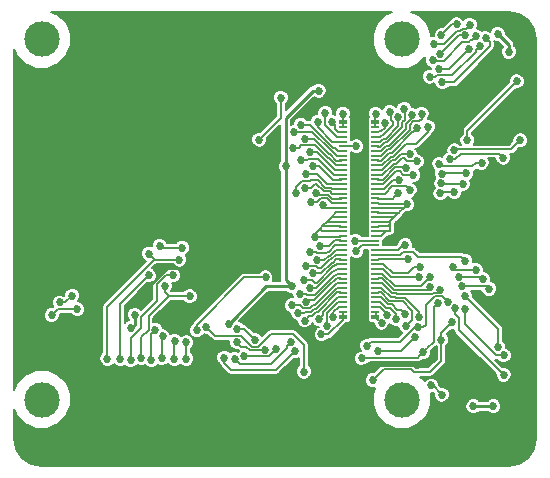
<source format=gbl>
G04 #@! TF.FileFunction,Copper,L2,Bot,Signal*
%FSLAX46Y46*%
G04 Gerber Fmt 4.6, Leading zero omitted, Abs format (unit mm)*
G04 Created by KiCad (PCBNEW 4.0.1-stable) date Wednesday, January 27, 2016 'PMt' 03:57:36 PM*
%MOMM*%
G01*
G04 APERTURE LIST*
%ADD10C,0.100000*%
%ADD11C,3.000000*%
%ADD12R,0.660000X0.230000*%
%ADD13R,0.660000X0.350000*%
%ADD14C,0.685800*%
%ADD15C,0.685801*%
%ADD16C,0.254000*%
%ADD17C,0.152400*%
G04 APERTURE END LIST*
D10*
D11*
X163250000Y-123250000D03*
D12*
X161005000Y-115800000D03*
X158295000Y-115800000D03*
X161005000Y-100200000D03*
X158295000Y-100200000D03*
X161005000Y-115400000D03*
X161005000Y-115000000D03*
X161005000Y-114600000D03*
X161005000Y-114200000D03*
X161005000Y-113800000D03*
X161005000Y-113400000D03*
X161005000Y-113000000D03*
X161005000Y-112600000D03*
X161005000Y-112200000D03*
X161005000Y-111800000D03*
X161005000Y-111400000D03*
X161005000Y-111000000D03*
X161005000Y-110600000D03*
X161005000Y-110200000D03*
X161005000Y-109800000D03*
X161005000Y-109400000D03*
X161005000Y-109000000D03*
X161005000Y-108600000D03*
X161005000Y-108200000D03*
X161005000Y-107800000D03*
X161005000Y-107400000D03*
X161005000Y-107000000D03*
X161005000Y-106600000D03*
X161005000Y-106200000D03*
X161005000Y-105800000D03*
X161005000Y-105400000D03*
X161005000Y-105000000D03*
X161005000Y-104600000D03*
X161005000Y-104200000D03*
X161005000Y-103800000D03*
X161005000Y-103400000D03*
X161005000Y-103000000D03*
X161005000Y-102600000D03*
X161005000Y-102200000D03*
X161005000Y-101800000D03*
X161005000Y-101400000D03*
X161005000Y-101000000D03*
X161005000Y-100600000D03*
D13*
X161005000Y-99725000D03*
X158295000Y-99725000D03*
X161005000Y-116275000D03*
X158295000Y-116275000D03*
D12*
X158295000Y-100600000D03*
X158295000Y-101000000D03*
X158295000Y-101400000D03*
X158295000Y-101800000D03*
X158295000Y-102200000D03*
X158295000Y-102600000D03*
X158295000Y-103000000D03*
X158295000Y-103400000D03*
X158295000Y-103800000D03*
X158295000Y-104200000D03*
X158295000Y-104600000D03*
X158295000Y-105000000D03*
X158295000Y-105400000D03*
X158295000Y-105800000D03*
X158295000Y-106200000D03*
X158295000Y-106600000D03*
X158295000Y-107000000D03*
X158295000Y-107400000D03*
X158295000Y-107800000D03*
X158295000Y-108200000D03*
X158295000Y-108600000D03*
X158295000Y-109000000D03*
X158295000Y-109400000D03*
X158295000Y-109800000D03*
X158295000Y-110200000D03*
X158295000Y-110600000D03*
X158295000Y-111000000D03*
X158295000Y-111400000D03*
X158295000Y-111800000D03*
X158295000Y-112200000D03*
X158295000Y-112600000D03*
X158295000Y-113000000D03*
X158295000Y-113400000D03*
X158295000Y-113800000D03*
X158295000Y-114200000D03*
X158295000Y-114600000D03*
X158295000Y-115000000D03*
X158295000Y-115400000D03*
D11*
X132750000Y-92750000D03*
X163250000Y-92750000D03*
X132750000Y-123250000D03*
D14*
X164500000Y-120300000D03*
X160141749Y-120550000D03*
X143200000Y-102500000D03*
X170600000Y-100600000D03*
X167600000Y-99500000D03*
X145900000Y-118400000D03*
X145900000Y-123400000D03*
X138970457Y-113821291D03*
X144500000Y-105400000D03*
X140326577Y-115259564D03*
X145200000Y-112100000D03*
X171360000Y-92280000D03*
X148584468Y-116823784D03*
X171000000Y-123800000D03*
X169300000Y-123800000D03*
X140309075Y-117191059D03*
X140609379Y-116048628D03*
X153937447Y-113672000D03*
X172300000Y-93800000D03*
X156200000Y-97100000D03*
X153400000Y-103499994D03*
X160300000Y-118700000D03*
X164581049Y-117115293D03*
X141800000Y-110900000D03*
X167132985Y-114978957D03*
X144400000Y-111400000D03*
X138300000Y-119800000D03*
X141801220Y-112718686D03*
X161200000Y-119128480D03*
X164320714Y-117980918D03*
X142728480Y-110220045D03*
X144628621Y-110407057D03*
X139400000Y-119800000D03*
X143871520Y-112722320D03*
X165051279Y-119249865D03*
X159838359Y-119768621D03*
X166299903Y-115071559D03*
X154953113Y-120877680D03*
X146677680Y-117071484D03*
X140300000Y-119900000D03*
X143168001Y-113643157D03*
X160800000Y-121600000D03*
X167500177Y-116685138D03*
X166600000Y-118200000D03*
X145300000Y-114500000D03*
X141200000Y-119700000D03*
X142376267Y-117334687D03*
X142013185Y-119903296D03*
X142900000Y-119754243D03*
X143000000Y-117900000D03*
X143978651Y-119849432D03*
X144000000Y-118300000D03*
X145000000Y-118400000D03*
X145000000Y-119800000D03*
X149300000Y-118413533D03*
X151660590Y-119010654D03*
X159300000Y-109800000D03*
X149909816Y-119583671D03*
X152600000Y-119000000D03*
X159400000Y-110700000D03*
X148200000Y-119700000D03*
X154203439Y-119128480D03*
X159400000Y-101800000D03*
X149100002Y-119800000D03*
X153881135Y-118354711D03*
D15*
X158255617Y-99054899D03*
X158255617Y-99054899D03*
X156437124Y-117714065D03*
X157446623Y-116264546D03*
X161523051Y-116737732D03*
D14*
X150798761Y-118205197D03*
X149314439Y-117270512D03*
D15*
X161045015Y-99054899D03*
D14*
X166628480Y-122826273D03*
X165748513Y-122052168D03*
D15*
X161996016Y-116045704D03*
X162767523Y-116433503D03*
X163540000Y-115990000D03*
X163625803Y-117020165D03*
X164677927Y-116277298D03*
D14*
X167765542Y-115528930D03*
D15*
X166452313Y-113928537D03*
D14*
X171857628Y-121152203D03*
X168600730Y-115600061D03*
D15*
X165607161Y-113704049D03*
D14*
X171877680Y-119499998D03*
D15*
X165605042Y-112865840D03*
D14*
X168568740Y-114461506D03*
X171400000Y-118800000D03*
X170626195Y-113868340D03*
D15*
X164700000Y-112900000D03*
D14*
X168342958Y-113629670D03*
D15*
X164787300Y-112029507D03*
D14*
X170093653Y-113052771D03*
X168075725Y-112835198D03*
D15*
X163783155Y-111316748D03*
D14*
X167532652Y-112061600D03*
X169500418Y-112258144D03*
D15*
X168599462Y-111502140D03*
X163528885Y-110173726D03*
X163700000Y-106699996D03*
D14*
X166495177Y-105779252D03*
D15*
X162917233Y-105773905D03*
D14*
X167700000Y-105700000D03*
X166594252Y-104946916D03*
D15*
X163900000Y-105500000D03*
D14*
X168400000Y-105000000D03*
X166601952Y-104108740D03*
D15*
X162988743Y-104630882D03*
D14*
X168700000Y-104100000D03*
X166418886Y-103290764D03*
D15*
X164208262Y-104233682D03*
D14*
X170000000Y-103200000D03*
X167306354Y-102919789D03*
D15*
X163633163Y-103623879D03*
D14*
X171817506Y-102760838D03*
X167686844Y-102144202D03*
D15*
X164510988Y-103080989D03*
D14*
X173267077Y-101291360D03*
D15*
X163925512Y-102481142D03*
D14*
X168792867Y-101271520D03*
X172977680Y-96300000D03*
X170358453Y-92669345D03*
X166675319Y-96370794D03*
D15*
X165449376Y-100142373D03*
D14*
X169867078Y-93345288D03*
X165600000Y-95900000D03*
D15*
X164496621Y-100273613D03*
D14*
X168922069Y-93557547D03*
X166415868Y-95227772D03*
D15*
X164914047Y-99035328D03*
D14*
X165856067Y-94536610D03*
X169500000Y-92500000D03*
D15*
X164080050Y-99148578D03*
D14*
X168616630Y-92415374D03*
X166500000Y-94000000D03*
D15*
X163435854Y-98612285D03*
D14*
X166000000Y-93100000D03*
X169000000Y-91500000D03*
D15*
X162933625Y-99319524D03*
D14*
X167900000Y-91477931D03*
X166600000Y-92400000D03*
D15*
X162207512Y-98900766D03*
X161835375Y-99815595D03*
X157346862Y-99771229D03*
X156760000Y-98970000D03*
X156138620Y-99719813D03*
X154700925Y-99969497D03*
X154142323Y-100591036D03*
X155029216Y-101160016D03*
X154063921Y-101911817D03*
X155450923Y-102278211D03*
X154700000Y-102980000D03*
X155731356Y-103448640D03*
D14*
X155156773Y-104173153D03*
X154248970Y-105773268D03*
X155030908Y-105311095D03*
D15*
X155987304Y-105757689D03*
X155591702Y-106504132D03*
X156597189Y-106791829D03*
X155849475Y-109450942D03*
X156328496Y-110253281D03*
X155461664Y-110744803D03*
X156058966Y-111396303D03*
X155122346Y-111940706D03*
X155733147Y-112537001D03*
X154988699Y-113106476D03*
X155449606Y-113806593D03*
X154616544Y-114288174D03*
X155152729Y-114949170D03*
X153934695Y-115269631D03*
X154471693Y-115922208D03*
X155025317Y-116551572D03*
X156216367Y-116414980D03*
X156875103Y-116999381D03*
D14*
X135776331Y-115600000D03*
X133594652Y-116102115D03*
X151166057Y-101236441D03*
X153000000Y-97699614D03*
X145898236Y-117379813D03*
X135328480Y-114440100D03*
X134276211Y-115023448D03*
X151700000Y-112900000D03*
D16*
X140884933Y-114615067D02*
X143400000Y-112100000D01*
X144700000Y-112100000D02*
X145200000Y-112100000D01*
X140326577Y-115259564D02*
X140844497Y-115259564D01*
X140844497Y-115259564D02*
X140884933Y-115300000D01*
X140884933Y-115300000D02*
X140884933Y-114615067D01*
X143400000Y-112100000D02*
X144700000Y-112100000D01*
X160626682Y-120550000D02*
X160876682Y-120300000D01*
X160141749Y-120550000D02*
X160626682Y-120550000D01*
X160876682Y-120300000D02*
X164500000Y-120300000D01*
X143200000Y-102500000D02*
X142715067Y-102500000D01*
X142715067Y-102500000D02*
X142700000Y-102484933D01*
X170600000Y-100600000D02*
X171000000Y-100600000D01*
X167600000Y-99500000D02*
X167257101Y-99842899D01*
X145900000Y-123400000D02*
X145900000Y-118400000D01*
X139106815Y-113400000D02*
X138970457Y-113536358D01*
X138970457Y-113536358D02*
X138970457Y-113821291D01*
X139200000Y-113400000D02*
X139106815Y-113400000D01*
X144500000Y-105400000D02*
X144842899Y-105742899D01*
X144842899Y-105742899D02*
X144842899Y-105757101D01*
X172300000Y-93220000D02*
X171702899Y-92622899D01*
X171702899Y-92622899D02*
X171360000Y-92280000D01*
X172300000Y-93800000D02*
X172300000Y-93220000D01*
X148927367Y-116480885D02*
X148584468Y-116823784D01*
X151736252Y-113672000D02*
X148927367Y-116480885D01*
X153937447Y-113672000D02*
X151736252Y-113672000D01*
X169300000Y-123800000D02*
X171000000Y-123800000D01*
X140609379Y-116890755D02*
X140309075Y-117191059D01*
X140609379Y-116048628D02*
X140609379Y-116890755D01*
X153400000Y-103499994D02*
X153400000Y-113134553D01*
X153594548Y-113329101D02*
X153937447Y-113672000D01*
X153400000Y-113134553D02*
X153594548Y-113329101D01*
X153400000Y-99415067D02*
X155715067Y-97100000D01*
X155715067Y-97100000D02*
X156200000Y-97100000D01*
X153400000Y-103499994D02*
X153400000Y-99415067D01*
D17*
X165065982Y-117115293D02*
X164581049Y-117115293D01*
X167132985Y-114978957D02*
X166654085Y-114500057D01*
X166654085Y-114500057D02*
X166025581Y-114500057D01*
X165246889Y-116934386D02*
X165065982Y-117115293D01*
X165246889Y-115278749D02*
X165246889Y-116934386D01*
X166025581Y-114500057D02*
X165246889Y-115278749D01*
X142277962Y-111400000D02*
X142360414Y-111400000D01*
X138300000Y-115377962D02*
X142277962Y-111400000D01*
X138300000Y-119800000D02*
X138300000Y-115377962D01*
X164340517Y-117115293D02*
X163098709Y-118357101D01*
X163098709Y-118357101D02*
X160642899Y-118357101D01*
X164581049Y-117115293D02*
X164340517Y-117115293D01*
X160642899Y-118357101D02*
X160300000Y-118700000D01*
X141800000Y-110900000D02*
X142142899Y-111242899D01*
X142142899Y-111242899D02*
X142203313Y-111242899D01*
X142203313Y-111242899D02*
X142360414Y-111400000D01*
X143915067Y-111400000D02*
X144400000Y-111400000D01*
X142360414Y-111400000D02*
X143915067Y-111400000D01*
X141458321Y-113061585D02*
X141801220Y-112718686D01*
X139400000Y-119800000D02*
X139400000Y-115119906D01*
X139400000Y-115119906D02*
X141458321Y-113061585D01*
X163173152Y-119128480D02*
X161684933Y-119128480D01*
X161684933Y-119128480D02*
X161200000Y-119128480D01*
X164320714Y-117980918D02*
X163173152Y-119128480D01*
X142915492Y-110407057D02*
X142728480Y-110220045D01*
X144628621Y-110407057D02*
X142915492Y-110407057D01*
X152152626Y-117697156D02*
X154042980Y-117697156D01*
X154042980Y-117697156D02*
X154953113Y-118607289D01*
X150524439Y-118776699D02*
X151073083Y-118776699D01*
X151073083Y-118776699D02*
X152152626Y-117697156D01*
X146677680Y-117071484D02*
X147448209Y-117842013D01*
X147448209Y-117842013D02*
X149589753Y-117842013D01*
X149589753Y-117842013D02*
X150524439Y-118776699D01*
X154953113Y-120392747D02*
X154953113Y-120877680D01*
X154953113Y-118607289D02*
X154953113Y-120392747D01*
X143386587Y-112722320D02*
X143871520Y-112722320D01*
X142528498Y-114871502D02*
X142528498Y-113474410D01*
X141177677Y-117159893D02*
X141177677Y-116222323D01*
X140300000Y-118037570D02*
X141177677Y-117159893D01*
X143280588Y-112722320D02*
X143386587Y-112722320D01*
X140300000Y-119900000D02*
X140300000Y-118037570D01*
X142528498Y-113474410D02*
X143280588Y-112722320D01*
X141177677Y-116222323D02*
X142528498Y-114871502D01*
X160323292Y-119768621D02*
X160391913Y-119700000D01*
X159838359Y-119768621D02*
X160323292Y-119768621D01*
X160391913Y-119700000D02*
X164601144Y-119700000D01*
X164601144Y-119700000D02*
X164708380Y-119592764D01*
X164708380Y-119592764D02*
X165051279Y-119249865D01*
X165957004Y-118344140D02*
X165394178Y-118906966D01*
X165957004Y-115414458D02*
X165957004Y-118344140D01*
X166299903Y-115071559D02*
X165957004Y-115414458D01*
X165394178Y-118906966D02*
X165051279Y-119249865D01*
X143500000Y-114500000D02*
X143168001Y-114168001D01*
X143168001Y-114128090D02*
X143168001Y-113643157D01*
X143168001Y-114168001D02*
X143168001Y-114128090D01*
X166600000Y-118200000D02*
X166600000Y-119945824D01*
X166600000Y-119945824D02*
X165645824Y-120900000D01*
X165645824Y-120900000D02*
X164254176Y-120900000D01*
X164254176Y-120900000D02*
X164054176Y-120700000D01*
X164054176Y-120700000D02*
X161700000Y-120700000D01*
X161700000Y-120700000D02*
X161142899Y-121257101D01*
X161142899Y-121257101D02*
X160800000Y-121600000D01*
X167157278Y-117028037D02*
X167500177Y-116685138D01*
X166600000Y-118200000D02*
X166600000Y-117585315D01*
X166600000Y-117585315D02*
X167157278Y-117028037D01*
X143500000Y-114500000D02*
X144815067Y-114500000D01*
X141200000Y-117931066D02*
X141804809Y-117326257D01*
X144815067Y-114500000D02*
X145300000Y-114500000D01*
X141200000Y-119700000D02*
X141200000Y-117931066D01*
X141804809Y-116195191D02*
X143500000Y-114500000D01*
X141804809Y-117326257D02*
X141804809Y-116195191D01*
X142033368Y-117677586D02*
X142376267Y-117334687D01*
X142013185Y-119903296D02*
X142013185Y-117697769D01*
X142013185Y-117697769D02*
X142033368Y-117677586D01*
X142900000Y-118000000D02*
X143000000Y-117900000D01*
X142900000Y-119754243D02*
X142900000Y-118000000D01*
X143978651Y-118321349D02*
X144000000Y-118300000D01*
X143978651Y-119849432D02*
X143978651Y-118321349D01*
X145000000Y-119800000D02*
X145000000Y-118400000D01*
X149642899Y-118756432D02*
X149300000Y-118413533D01*
X150398183Y-119081510D02*
X150073105Y-118756432D01*
X151660590Y-119010654D02*
X151589734Y-119081510D01*
X151589734Y-119081510D02*
X150398183Y-119081510D01*
X150073105Y-118756432D02*
X149642899Y-118756432D01*
X161005000Y-109800000D02*
X159300000Y-109800000D01*
X152600000Y-119000000D02*
X152016329Y-119583671D01*
X150394749Y-119583671D02*
X149909816Y-119583671D01*
X152016329Y-119583671D02*
X150394749Y-119583671D01*
X161005000Y-110200000D02*
X159900000Y-110200000D01*
X159900000Y-110200000D02*
X159400000Y-110700000D01*
X148758088Y-120743021D02*
X148200000Y-120184933D01*
X152588898Y-120743021D02*
X148758088Y-120743021D01*
X154203439Y-119128480D02*
X152588898Y-120743021D01*
X148200000Y-120184933D02*
X148200000Y-119700000D01*
X158295000Y-101800000D02*
X159400000Y-101800000D01*
X158295000Y-99800000D02*
X158295000Y-99094282D01*
X158295000Y-99094282D02*
X158255617Y-99054899D01*
X158295000Y-100200000D02*
X158295000Y-99800000D01*
X149442901Y-120142899D02*
X149100002Y-119800000D01*
X153538236Y-118697610D02*
X153538236Y-118907586D01*
X152202722Y-120243100D02*
X149543102Y-120243100D01*
X153538236Y-118907586D02*
X152202722Y-120243100D01*
X153881135Y-118354711D02*
X153538236Y-118697610D01*
X149543102Y-120243100D02*
X149442901Y-120142899D01*
X158295000Y-116200000D02*
X158295000Y-115800000D01*
X156437124Y-117714065D02*
X157030542Y-117714065D01*
X158255617Y-116239383D02*
X158295000Y-116200000D01*
X157030542Y-117714065D02*
X158255617Y-116488990D01*
X158255617Y-116488990D02*
X158255617Y-116239383D01*
X157884581Y-115376401D02*
X157446623Y-115814359D01*
X157446623Y-115814359D02*
X157446623Y-116264546D01*
X158110316Y-115376401D02*
X157884581Y-115376401D01*
X161045015Y-116259696D02*
X161180152Y-116394833D01*
X161045015Y-115800200D02*
X161045015Y-116259696D01*
X161180152Y-116394833D02*
X161523051Y-116737732D01*
X150455862Y-117862298D02*
X150798761Y-118205197D01*
X149314439Y-117270512D02*
X149864076Y-117270512D01*
X149864076Y-117270512D02*
X150455862Y-117862298D01*
X161005000Y-99800000D02*
X161005000Y-99094914D01*
X161005000Y-99094914D02*
X161045015Y-99054899D01*
X161005000Y-100200000D02*
X161005000Y-99800000D01*
X165854375Y-122052168D02*
X165748513Y-122052168D01*
X166628480Y-122826273D02*
X165854375Y-122052168D01*
X161653117Y-115702805D02*
X161996016Y-116045704D01*
X161653117Y-115645190D02*
X161653117Y-115702805D01*
X161190316Y-115376401D02*
X161384328Y-115376401D01*
X161384328Y-115376401D02*
X161653117Y-115645190D01*
X161415395Y-114976401D02*
X161913196Y-115474202D01*
X161190316Y-114976401D02*
X161415395Y-114976401D01*
X162767523Y-115971386D02*
X162767523Y-116433503D01*
X161913196Y-115474202D02*
X162270339Y-115474202D01*
X162270339Y-115474202D02*
X162767523Y-115971386D01*
X162396595Y-115169391D02*
X162874305Y-115647101D01*
X163197101Y-115647101D02*
X163540000Y-115990000D01*
X162874305Y-115647101D02*
X163197101Y-115647101D01*
X162039452Y-115169391D02*
X162396595Y-115169391D01*
X161446462Y-114576401D02*
X162039452Y-115169391D01*
X161190316Y-114576401D02*
X161446462Y-114576401D01*
X161190316Y-114176401D02*
X161477528Y-114176401D01*
X161477528Y-114176401D02*
X162165707Y-114864580D01*
X162165707Y-114864580D02*
X162522851Y-114864580D01*
X162522851Y-114864580D02*
X162592912Y-114934641D01*
X162592912Y-114934641D02*
X163316707Y-114934641D01*
X164108963Y-115726897D02*
X164108963Y-116537005D01*
X163968702Y-116677266D02*
X163625803Y-117020165D01*
X164108963Y-116537005D02*
X163968702Y-116677266D01*
X163316707Y-114934641D02*
X164108963Y-115726897D01*
X164677927Y-115792365D02*
X164677927Y-116277298D01*
X162719168Y-114629830D02*
X163515392Y-114629830D01*
X161190316Y-113776401D02*
X161508594Y-113776401D01*
X161508594Y-113776401D02*
X162291962Y-114559769D01*
X162291962Y-114559769D02*
X162649107Y-114559769D01*
X162649107Y-114559769D02*
X162719168Y-114629830D01*
X163515392Y-114629830D02*
X164677927Y-115792365D01*
X165899325Y-114195246D02*
X166185604Y-114195246D01*
X166185604Y-114195246D02*
X166452313Y-113928537D01*
X162775363Y-114254958D02*
X162845424Y-114325019D01*
X162418218Y-114254958D02*
X162775363Y-114254958D01*
X165769552Y-114325019D02*
X165899325Y-114195246D01*
X162845424Y-114325019D02*
X165769552Y-114325019D01*
X161190316Y-113376401D02*
X161539661Y-113376401D01*
X161539661Y-113376401D02*
X162418218Y-114254958D01*
X168071679Y-117366254D02*
X168071679Y-116320000D01*
X171857628Y-121152203D02*
X168071679Y-117366254D01*
X168071679Y-116320000D02*
X167765542Y-116013863D01*
X167765542Y-116013863D02*
X167765542Y-115528930D01*
X161190316Y-112976401D02*
X161570728Y-112976401D01*
X161570728Y-112976401D02*
X162544474Y-113950147D01*
X162544474Y-113950147D02*
X165361063Y-113950147D01*
X165361063Y-113950147D02*
X165607161Y-113704049D01*
X168600730Y-116084994D02*
X168600730Y-115600061D01*
X168600730Y-116846554D02*
X168600730Y-116084994D01*
X171877680Y-119499998D02*
X171254174Y-119499998D01*
X171254174Y-119499998D02*
X168600730Y-116846554D01*
X165262143Y-113208739D02*
X165605042Y-112865840D01*
X161601794Y-112576401D02*
X162670729Y-113645336D01*
X164825546Y-113645336D02*
X165262143Y-113208739D01*
X161190316Y-112576401D02*
X161601794Y-112576401D01*
X162670729Y-113645336D02*
X164825546Y-113645336D01*
X171400000Y-117292766D02*
X168911639Y-114804405D01*
X171400000Y-118800000D02*
X171400000Y-117292766D01*
X168911639Y-114804405D02*
X168568740Y-114461506D01*
X170387525Y-113629670D02*
X170626195Y-113868340D01*
X168342958Y-113629670D02*
X170387525Y-113629670D01*
X164215067Y-112900000D02*
X164700000Y-112900000D01*
X161632861Y-112176401D02*
X162356460Y-112900000D01*
X162356460Y-112900000D02*
X164215067Y-112900000D01*
X161190316Y-112176401D02*
X161632861Y-112176401D01*
X162451841Y-112564315D02*
X163767559Y-112564315D01*
X161190316Y-111776401D02*
X161663927Y-111776401D01*
X163767559Y-112564315D02*
X164302367Y-112029507D01*
X164302367Y-112029507D02*
X164787300Y-112029507D01*
X161663927Y-111776401D02*
X162451841Y-112564315D01*
X168075725Y-112835198D02*
X169876080Y-112835198D01*
X169876080Y-112835198D02*
X170093653Y-113052771D01*
X161190316Y-111376401D02*
X163238569Y-111376401D01*
X163298222Y-111316748D02*
X163783155Y-111316748D01*
X163238569Y-111376401D02*
X163298222Y-111316748D01*
X169500418Y-112258144D02*
X167729196Y-112258144D01*
X167729196Y-112258144D02*
X167532652Y-112061600D01*
X163308948Y-110745228D02*
X164191053Y-110745228D01*
X164605066Y-111159241D02*
X168256563Y-111159241D01*
X163077775Y-110976401D02*
X163308948Y-110745228D01*
X161190316Y-110976401D02*
X163077775Y-110976401D01*
X168256563Y-111159241D02*
X168599462Y-111502140D01*
X164191053Y-110745228D02*
X164605066Y-111159241D01*
X163334085Y-110173726D02*
X163528885Y-110173726D01*
X161190316Y-110576401D02*
X162931410Y-110576401D01*
X162931410Y-110576401D02*
X163334085Y-110173726D01*
X161910999Y-108976401D02*
X162223599Y-108976401D01*
X162223599Y-108976401D02*
X162276401Y-108976401D01*
X161005000Y-109400000D02*
X161487400Y-109400000D01*
X161487400Y-109400000D02*
X161910999Y-108976401D01*
X162999996Y-107400000D02*
X163399996Y-107000000D01*
X163399996Y-107000000D02*
X163700000Y-106699996D01*
X161190316Y-107024000D02*
X163375996Y-107024000D01*
X163375996Y-107024000D02*
X163399996Y-107000000D01*
X162599996Y-107800000D02*
X162999996Y-107400000D01*
X161190316Y-107424000D02*
X162975996Y-107424000D01*
X162975996Y-107424000D02*
X162999996Y-107400000D01*
X162276401Y-108123595D02*
X162599996Y-107800000D01*
X161190316Y-107824000D02*
X162575996Y-107824000D01*
X162575996Y-107824000D02*
X162599996Y-107800000D01*
X161190316Y-108176401D02*
X162223595Y-108176401D01*
X162223595Y-108176401D02*
X162276401Y-108123595D01*
X162276401Y-108976401D02*
X162276401Y-108400000D01*
X162276401Y-108400000D02*
X162276401Y-108123595D01*
X161190316Y-108576401D02*
X162100000Y-108576401D01*
X162100000Y-108576401D02*
X162276401Y-108400000D01*
X161190316Y-108976401D02*
X162276401Y-108976401D01*
X163215067Y-106699996D02*
X163700000Y-106699996D01*
X161266312Y-106699996D02*
X163215067Y-106699996D01*
X161190316Y-106624000D02*
X161266312Y-106699996D01*
X166574429Y-105700000D02*
X166495177Y-105779252D01*
X167700000Y-105700000D02*
X166574429Y-105700000D01*
X162574334Y-106116804D02*
X162917233Y-105773905D01*
X162467138Y-106224000D02*
X162574334Y-106116804D01*
X161190316Y-106224000D02*
X162467138Y-106224000D01*
X166647336Y-105000000D02*
X166594252Y-104946916D01*
X168400000Y-105000000D02*
X166647336Y-105000000D01*
X162425017Y-105202385D02*
X163602385Y-105202385D01*
X163602385Y-105202385D02*
X163900000Y-105500000D01*
X161190316Y-105824000D02*
X161803402Y-105824000D01*
X161803402Y-105824000D02*
X162425017Y-105202385D01*
X168700000Y-104100000D02*
X166610692Y-104100000D01*
X166610692Y-104100000D02*
X166601952Y-104108740D01*
X162494372Y-104630882D02*
X162503810Y-104630882D01*
X161190316Y-105424000D02*
X161701254Y-105424000D01*
X161701254Y-105424000D02*
X162494372Y-104630882D01*
X162503810Y-104630882D02*
X162988743Y-104630882D01*
X166619413Y-103491291D02*
X166418886Y-103290764D01*
X170000000Y-103200000D02*
X169515067Y-103200000D01*
X169223776Y-103491291D02*
X166619413Y-103491291D01*
X169515067Y-103200000D02*
X169223776Y-103491291D01*
X161190316Y-105024000D02*
X161664208Y-105024000D01*
X161664208Y-105024000D02*
X162790007Y-103898201D01*
X163723329Y-104233682D02*
X164208262Y-104233682D01*
X163358842Y-104195381D02*
X163685028Y-104195381D01*
X163061662Y-103898201D02*
X163358842Y-104195381D01*
X163685028Y-104195381D02*
X163723329Y-104233682D01*
X162790007Y-103898201D02*
X163061662Y-103898201D01*
X167756496Y-102919789D02*
X167306354Y-102919789D01*
X171474607Y-102417939D02*
X168258346Y-102417939D01*
X171817506Y-102760838D02*
X171474607Y-102417939D01*
X168258346Y-102417939D02*
X167756496Y-102919789D01*
X161190316Y-104624000D02*
X161633141Y-104624000D01*
X163600995Y-103591711D02*
X163633163Y-103623879D01*
X162665430Y-103591711D02*
X163600995Y-103591711D01*
X161633141Y-104624000D02*
X162665430Y-103591711D01*
X167767174Y-102063872D02*
X167686844Y-102144202D01*
X173267077Y-101291360D02*
X172494565Y-102063872D01*
X172494565Y-102063872D02*
X167767174Y-102063872D01*
X162539188Y-103286886D02*
X162766104Y-103286886D01*
X163396889Y-102798342D02*
X163651191Y-103052644D01*
X163997710Y-103052644D02*
X164026055Y-103080989D01*
X164026055Y-103080989D02*
X164510988Y-103080989D01*
X163254648Y-102798342D02*
X163396889Y-102798342D01*
X161602074Y-104224000D02*
X162539188Y-103286886D01*
X161190316Y-104224000D02*
X161602074Y-104224000D01*
X162766104Y-103286886D02*
X163254648Y-102798342D01*
X163651191Y-103052644D02*
X163997710Y-103052644D01*
X161190316Y-103824000D02*
X161571007Y-103824000D01*
X162634050Y-102982077D02*
X163134985Y-102481142D01*
X161571007Y-103824000D02*
X162412930Y-102982077D01*
X162412930Y-102982077D02*
X162634050Y-102982077D01*
X163134985Y-102481142D02*
X163440579Y-102481142D01*
X163440579Y-102481142D02*
X163925512Y-102481142D01*
X168792867Y-100786587D02*
X168792867Y-101271520D01*
X172977680Y-96300000D02*
X168792867Y-100484813D01*
X168792867Y-100484813D02*
X168792867Y-100786587D01*
X170701352Y-93012244D02*
X170358453Y-92669345D01*
X167675028Y-96370794D02*
X170701352Y-93344470D01*
X166675319Y-96370794D02*
X167675028Y-96370794D01*
X170701352Y-93344470D02*
X170701352Y-93012244D01*
X162286674Y-102677266D02*
X162497428Y-102677266D01*
X161190316Y-103424000D02*
X161539940Y-103424000D01*
X163580860Y-101593834D02*
X164482848Y-101593834D01*
X164482848Y-101593834D02*
X165449376Y-100627306D01*
X161539940Y-103424000D02*
X162286674Y-102677266D01*
X162497428Y-102677266D02*
X163580860Y-101593834D01*
X165449376Y-100627306D02*
X165449376Y-100142373D01*
X169524179Y-93801261D02*
X169524179Y-93688187D01*
X169524179Y-93688187D02*
X169867078Y-93345288D01*
X166185659Y-95799274D02*
X167526166Y-95799274D01*
X165600000Y-95900000D02*
X166084933Y-95900000D01*
X166084933Y-95900000D02*
X166185659Y-95799274D01*
X167526166Y-95799274D02*
X169524179Y-93801261D01*
X162160412Y-102372460D02*
X162371168Y-102372460D01*
X162371168Y-102372460D02*
X164127116Y-100616512D01*
X161190316Y-103024000D02*
X161508872Y-103024000D01*
X164127116Y-100616512D02*
X164153722Y-100616512D01*
X164153722Y-100616512D02*
X164496621Y-100273613D01*
X161508872Y-103024000D02*
X162160412Y-102372460D01*
X166415868Y-95227772D02*
X167251844Y-95227772D01*
X167251844Y-95227772D02*
X168579170Y-93900446D01*
X168579170Y-93900446D02*
X168922069Y-93557547D01*
X161477805Y-102624000D02*
X162034156Y-102067649D01*
X161190316Y-102624000D02*
X161477805Y-102624000D01*
X164222300Y-99702112D02*
X164732196Y-99702112D01*
X162244911Y-102067649D02*
X163925120Y-100387440D01*
X163925120Y-100387440D02*
X163925120Y-99999292D01*
X163925120Y-99999292D02*
X164222300Y-99702112D01*
X164914047Y-99520261D02*
X164914047Y-99035328D01*
X162034156Y-102067649D02*
X162244911Y-102067649D01*
X164732196Y-99702112D02*
X164914047Y-99520261D01*
X169034927Y-92842899D02*
X168890951Y-92986875D01*
X168358947Y-92986875D02*
X166774321Y-94571501D01*
X166774321Y-94571501D02*
X165890958Y-94571501D01*
X165890958Y-94571501D02*
X165856067Y-94536610D01*
X169500000Y-92500000D02*
X169157101Y-92842899D01*
X168890951Y-92986875D02*
X168358947Y-92986875D01*
X169157101Y-92842899D02*
X169034927Y-92842899D01*
X161446736Y-102224000D02*
X161907900Y-101762838D01*
X161190316Y-102224000D02*
X161446736Y-102224000D01*
X161907900Y-101762838D02*
X162118655Y-101762838D01*
X163584299Y-99909046D02*
X164080050Y-99413295D01*
X164080050Y-99413295D02*
X164080050Y-99148578D01*
X162118655Y-101762838D02*
X163584299Y-100297194D01*
X163584299Y-100297194D02*
X163584299Y-99909046D01*
X168131697Y-92415374D02*
X168616630Y-92415374D01*
X168084626Y-92415374D02*
X168131697Y-92415374D01*
X166500000Y-94000000D02*
X168084626Y-92415374D01*
X163279488Y-99782791D02*
X163508548Y-99553731D01*
X161992400Y-101458027D02*
X163279488Y-100170939D01*
X161781644Y-101458027D02*
X161992400Y-101458027D01*
X163508548Y-99553731D02*
X163508548Y-98684979D01*
X161415669Y-101824000D02*
X161781644Y-101458027D01*
X163279488Y-100170939D02*
X163279488Y-99782791D01*
X161190316Y-101824000D02*
X161415669Y-101824000D01*
X163508548Y-98684979D02*
X163435854Y-98612285D01*
X166484933Y-93100000D02*
X166000000Y-93100000D01*
X168657101Y-91842899D02*
X168380856Y-91842899D01*
X169000000Y-91500000D02*
X168657101Y-91842899D01*
X168380856Y-91842899D02*
X168174322Y-92049433D01*
X168174322Y-92049433D02*
X167896389Y-92049433D01*
X167896389Y-92049433D02*
X166845822Y-93100000D01*
X166845822Y-93100000D02*
X166484933Y-93100000D01*
X162933625Y-99804457D02*
X162933625Y-99319524D01*
X161655388Y-101153216D02*
X161866143Y-101153216D01*
X161190316Y-101424000D02*
X161384603Y-101424000D01*
X161384603Y-101424000D02*
X161655388Y-101153216D01*
X161866143Y-101153216D02*
X162933625Y-100085734D01*
X162933625Y-100085734D02*
X162933625Y-99804457D01*
X166600000Y-92400000D02*
X167522069Y-91477931D01*
X167522069Y-91477931D02*
X167900000Y-91477931D01*
X161529132Y-100848405D02*
X161644141Y-100848405D01*
X162473335Y-99705059D02*
X162362123Y-99593847D01*
X161190316Y-101024000D02*
X161353536Y-101024000D01*
X161353536Y-101024000D02*
X161529132Y-100848405D01*
X162362123Y-99593847D02*
X162362123Y-99055377D01*
X162473335Y-100019211D02*
X162473335Y-99705059D01*
X162362123Y-99055377D02*
X162207512Y-98900766D01*
X161644141Y-100848405D02*
X162473335Y-100019211D01*
X161835375Y-100226107D02*
X161835375Y-99815595D01*
X161270715Y-100543601D02*
X161517881Y-100543601D01*
X161517881Y-100543601D02*
X161835375Y-100226107D01*
X161190316Y-100624000D02*
X161270715Y-100543601D01*
X158110316Y-100624000D02*
X157822448Y-100624000D01*
X157822448Y-100624000D02*
X157560000Y-100361552D01*
X157560000Y-100361552D02*
X157560000Y-99984367D01*
X157560000Y-99984367D02*
X157346862Y-99771229D01*
X156760000Y-99454933D02*
X156760000Y-98970000D01*
X156760000Y-99992618D02*
X156760000Y-99454933D01*
X157791382Y-101024000D02*
X156760000Y-99992618D01*
X158110316Y-101024000D02*
X157791382Y-101024000D01*
X156138620Y-100204746D02*
X156138620Y-99719813D01*
X157357874Y-101424000D02*
X156138620Y-100204746D01*
X158110316Y-101424000D02*
X157357874Y-101424000D01*
X155470709Y-99969497D02*
X155185858Y-99969497D01*
X155185858Y-99969497D02*
X154700925Y-99969497D01*
X157871416Y-102224000D02*
X157559507Y-101912091D01*
X157559507Y-101912091D02*
X157413303Y-101912091D01*
X157413303Y-101912091D02*
X155470709Y-99969497D01*
X158110316Y-102224000D02*
X157871416Y-102224000D01*
X157225552Y-102151815D02*
X155664773Y-100591036D01*
X154627256Y-100591036D02*
X154142323Y-100591036D01*
X157294568Y-102197826D02*
X157225552Y-102151815D01*
X158110316Y-102624000D02*
X157768317Y-102624000D01*
X155664773Y-100591036D02*
X154627256Y-100591036D01*
X157768317Y-102624000D02*
X157389731Y-102245414D01*
X157389731Y-102245414D02*
X157294568Y-102197826D01*
X158110316Y-103024000D02*
X157706788Y-103024000D01*
X157706788Y-103024000D02*
X157142555Y-102459767D01*
X157069493Y-102423231D02*
X155806278Y-101160016D01*
X155514149Y-101160016D02*
X155029216Y-101160016D01*
X155806278Y-101160016D02*
X155514149Y-101160016D01*
X157142555Y-102459767D02*
X157069493Y-102423231D01*
X154548854Y-101911817D02*
X154063921Y-101911817D01*
X157668401Y-103424000D02*
X157032988Y-102788587D01*
X155905492Y-101707085D02*
X155324214Y-101707085D01*
X158110316Y-103424000D02*
X157668401Y-103424000D01*
X155324214Y-101707085D02*
X155302320Y-101728979D01*
X156986994Y-102788587D02*
X155905492Y-101707085D01*
X155302320Y-101728979D02*
X154731692Y-101728979D01*
X157032988Y-102788587D02*
X156986994Y-102788587D01*
X154731692Y-101728979D02*
X154548854Y-101911817D01*
X157235511Y-103464579D02*
X156049143Y-102278211D01*
X156049143Y-102278211D02*
X155935856Y-102278211D01*
X157256366Y-103464579D02*
X157235511Y-103464579D01*
X155935856Y-102278211D02*
X155450923Y-102278211D01*
X157615787Y-103824000D02*
X157256366Y-103464579D01*
X158110316Y-103824000D02*
X157615787Y-103824000D01*
X155317759Y-102847174D02*
X155184933Y-102980000D01*
X157485674Y-104224000D02*
X156108848Y-102847174D01*
X158110316Y-104224000D02*
X157485674Y-104224000D01*
X156108848Y-102847174D02*
X155317759Y-102847174D01*
X155184933Y-102980000D02*
X154700000Y-102980000D01*
X157391649Y-104624000D02*
X156216289Y-103448640D01*
X156216289Y-103448640D02*
X155731356Y-103448640D01*
X158110316Y-104624000D02*
X157391649Y-104624000D01*
X155641706Y-104173153D02*
X155156773Y-104173153D01*
X158295000Y-105000000D02*
X156900000Y-105000000D01*
X156073153Y-104173153D02*
X155641706Y-104173153D01*
X156900000Y-105000000D02*
X156073153Y-104173153D01*
X158295000Y-105400000D02*
X157368934Y-105400000D01*
X155500489Y-104671502D02*
X155429876Y-104742115D01*
X154248970Y-105288335D02*
X154248970Y-105773268D01*
X156773744Y-105304811D02*
X156140435Y-104671502D01*
X154795190Y-104742115D02*
X154248970Y-105288335D01*
X155429876Y-104742115D02*
X154795190Y-104742115D01*
X157273745Y-105304811D02*
X156773744Y-105304811D01*
X157368934Y-105400000D02*
X157273745Y-105304811D01*
X156140435Y-104671502D02*
X155500489Y-104671502D01*
X157147489Y-105609622D02*
X156647487Y-105609621D01*
X156647487Y-105609621D02*
X156014179Y-104976313D01*
X155515841Y-105311095D02*
X155030908Y-105311095D01*
X156014179Y-104976313D02*
X155850623Y-104976313D01*
X157337867Y-105800000D02*
X157147489Y-105609622D01*
X158295000Y-105800000D02*
X157337867Y-105800000D01*
X155850623Y-104976313D02*
X155515841Y-105311095D01*
X157021233Y-105914433D02*
X156144048Y-105914433D01*
X156144048Y-105914433D02*
X155987304Y-105757689D01*
X157330800Y-106224000D02*
X157021233Y-105914433D01*
X158110316Y-106224000D02*
X157330800Y-106224000D01*
X157299732Y-106624000D02*
X156894976Y-106219244D01*
X156076635Y-106504132D02*
X155591702Y-106504132D01*
X158110316Y-106624000D02*
X157299732Y-106624000D01*
X156894976Y-106219244D02*
X156361523Y-106219244D01*
X156361523Y-106219244D02*
X156076635Y-106504132D01*
X156798411Y-106993051D02*
X156597189Y-106791829D01*
X158110316Y-107024000D02*
X158079367Y-106993051D01*
X158079367Y-106993051D02*
X156798411Y-106993051D01*
X156600000Y-108500000D02*
X156300000Y-108800000D01*
X156300000Y-108800000D02*
X155849475Y-109250525D01*
X158110316Y-108976401D02*
X156476401Y-108976401D01*
X156476401Y-108976401D02*
X156300000Y-108800000D01*
X156900000Y-108200000D02*
X156600000Y-108500000D01*
X158110316Y-108576401D02*
X156676401Y-108576401D01*
X156676401Y-108576401D02*
X156600000Y-108500000D01*
X157300000Y-107800000D02*
X156900000Y-108200000D01*
X158110316Y-108176401D02*
X156923599Y-108176401D01*
X156923599Y-108176401D02*
X156900000Y-108200000D01*
X157700000Y-107400000D02*
X157300000Y-107800000D01*
X158295000Y-107800000D02*
X157812600Y-107800000D01*
X157812600Y-107800000D02*
X157300000Y-107800000D01*
X158295000Y-107400000D02*
X157700000Y-107400000D01*
X155849475Y-109250525D02*
X155849475Y-109450942D01*
X158035775Y-109450942D02*
X156334408Y-109450942D01*
X158110316Y-109376401D02*
X158035775Y-109450942D01*
X156334408Y-109450942D02*
X155849475Y-109450942D01*
X157573914Y-109776401D02*
X157097034Y-110253281D01*
X157097034Y-110253281D02*
X156813429Y-110253281D01*
X158110316Y-109776401D02*
X157573914Y-109776401D01*
X156813429Y-110253281D02*
X156328496Y-110253281D01*
X157604981Y-110176401D02*
X157033847Y-110747535D01*
X156909579Y-110747535D02*
X156832313Y-110824801D01*
X156832313Y-110824801D02*
X156026595Y-110824801D01*
X156026595Y-110824801D02*
X155946597Y-110744803D01*
X155946597Y-110744803D02*
X155461664Y-110744803D01*
X158110316Y-110176401D02*
X157604981Y-110176401D01*
X157033847Y-110747535D02*
X156909579Y-110747535D01*
X158110316Y-110576401D02*
X157636048Y-110576401D01*
X156691879Y-111396303D02*
X156543899Y-111396303D01*
X157636048Y-110576401D02*
X157160103Y-111052346D01*
X157035836Y-111052346D02*
X156691879Y-111396303D01*
X157160103Y-111052346D02*
X157035836Y-111052346D01*
X156543899Y-111396303D02*
X156058966Y-111396303D01*
X158110316Y-110976401D02*
X157667115Y-110976401D01*
X157286359Y-111357157D02*
X157162092Y-111357157D01*
X156007470Y-111965499D02*
X155632072Y-111965499D01*
X157667115Y-110976401D02*
X157286359Y-111357157D01*
X156143702Y-112101731D02*
X156007470Y-111965499D01*
X155632072Y-111965499D02*
X155607279Y-111940706D01*
X155607279Y-111940706D02*
X155122346Y-111940706D01*
X156417518Y-112101731D02*
X156143702Y-112101731D01*
X157162092Y-111357157D02*
X156417518Y-112101731D01*
X158110316Y-111376401D02*
X157698183Y-111376401D01*
X157698183Y-111376401D02*
X157412616Y-111661968D01*
X156413316Y-112537001D02*
X156218080Y-112537001D01*
X156218080Y-112537001D02*
X155733147Y-112537001D01*
X157288349Y-111661968D02*
X156413316Y-112537001D01*
X157412616Y-111661968D02*
X157288349Y-111661968D01*
X157414605Y-111966779D02*
X156027739Y-113353645D01*
X155645427Y-113106476D02*
X155473632Y-113106476D01*
X157729249Y-111776401D02*
X157538871Y-111966779D01*
X156027739Y-113353645D02*
X155892596Y-113353645D01*
X158110316Y-111776401D02*
X157729249Y-111776401D01*
X157538871Y-111966779D02*
X157414605Y-111966779D01*
X155473632Y-113106476D02*
X154988699Y-113106476D01*
X155892596Y-113353645D02*
X155645427Y-113106476D01*
X157673200Y-112263516D02*
X157639546Y-112263516D01*
X157639546Y-112263516D02*
X157536283Y-112366779D01*
X157536283Y-112366779D02*
X157445672Y-112366779D01*
X156005858Y-113806593D02*
X155934539Y-113806593D01*
X157760316Y-112176401D02*
X157673200Y-112263516D01*
X157445672Y-112366779D02*
X156005858Y-113806593D01*
X155934539Y-113806593D02*
X155449606Y-113806593D01*
X158110316Y-112176401D02*
X157760316Y-112176401D01*
X155865423Y-114378095D02*
X155191398Y-114378095D01*
X157571928Y-112671590D02*
X155865423Y-114378095D01*
X157662539Y-112671590D02*
X157571928Y-112671590D01*
X158110316Y-112576401D02*
X157760316Y-112576401D01*
X157760316Y-112576401D02*
X157743083Y-112591046D01*
X155101477Y-114288174D02*
X154616544Y-114288174D01*
X157743083Y-112591046D02*
X157662539Y-112671590D01*
X155191398Y-114378095D02*
X155101477Y-114288174D01*
X158110316Y-112976401D02*
X157716800Y-112976401D01*
X155263501Y-114838398D02*
X155152729Y-114949170D01*
X155836186Y-114838398D02*
X155263501Y-114838398D01*
X157463374Y-113229827D02*
X157345814Y-113328770D01*
X157716800Y-112976401D02*
X157463374Y-113229827D01*
X157345814Y-113328770D02*
X155836186Y-114838398D01*
X155724231Y-115223492D02*
X155427051Y-115520672D01*
X155882162Y-115223492D02*
X155724231Y-115223492D01*
X155427051Y-115520672D02*
X154878408Y-115520672D01*
X157756245Y-113381734D02*
X157552123Y-113553531D01*
X154627367Y-115269631D02*
X154419628Y-115269631D01*
X158110316Y-113376401D02*
X157761578Y-113376401D01*
X157552123Y-113553531D02*
X155882162Y-115223492D01*
X154419628Y-115269631D02*
X153934695Y-115269631D01*
X154878408Y-115520672D02*
X154627367Y-115269631D01*
X157761578Y-113376401D02*
X157756245Y-113381734D01*
X158110316Y-113776401D02*
X157760680Y-113776401D01*
X157760680Y-113776401D02*
X157758408Y-113778313D01*
X157758408Y-113778313D02*
X155998054Y-115538667D01*
X155998054Y-115538667D02*
X155840122Y-115538667D01*
X155553307Y-115825483D02*
X155053351Y-115825483D01*
X155840122Y-115538667D02*
X155553307Y-115825483D01*
X155053351Y-115825483D02*
X154956626Y-115922208D01*
X154956626Y-115922208D02*
X154471693Y-115922208D01*
X155601184Y-116208673D02*
X155368216Y-116208673D01*
X158110316Y-114176401D02*
X157791386Y-114176401D01*
X156124310Y-115843478D02*
X155966379Y-115843478D01*
X155368216Y-116208673D02*
X155025317Y-116551572D01*
X155966379Y-115843478D02*
X155601184Y-116208673D01*
X157791386Y-114176401D02*
X156124310Y-115843478D01*
X156559266Y-115839584D02*
X156559266Y-116072081D01*
X158110316Y-114576401D02*
X157822449Y-114576401D01*
X157822449Y-114576401D02*
X156559266Y-115839584D01*
X156559266Y-116072081D02*
X156216367Y-116414980D01*
X158110316Y-114976401D02*
X157853515Y-114976401D01*
X156875103Y-116514448D02*
X156875103Y-116999381D01*
X156875103Y-115954813D02*
X156875103Y-116514448D01*
X157853515Y-114976401D02*
X156875103Y-115954813D01*
X135291398Y-115600000D02*
X135776331Y-115600000D01*
X134096767Y-115600000D02*
X135291398Y-115600000D01*
X133594652Y-116102115D02*
X134096767Y-115600000D01*
X153000000Y-99402498D02*
X151508956Y-100893542D01*
X151508956Y-100893542D02*
X151166057Y-101236441D01*
X153000000Y-97699614D02*
X153000000Y-99402498D01*
X145898236Y-116894880D02*
X145898236Y-117379813D01*
X151700000Y-112900000D02*
X149893116Y-112900000D01*
X149893116Y-112900000D02*
X145898236Y-116894880D01*
X135328480Y-114440100D02*
X134745132Y-115023448D01*
X134745132Y-115023448D02*
X134276211Y-115023448D01*
G36*
X161849178Y-90649555D02*
X161152004Y-91345514D01*
X160774230Y-92255292D01*
X160773371Y-93240386D01*
X161149555Y-94150822D01*
X161845514Y-94847996D01*
X162755292Y-95225770D01*
X163740386Y-95226629D01*
X164650822Y-94850445D01*
X165241966Y-94260331D01*
X165183084Y-94402135D01*
X165182850Y-94669911D01*
X165285108Y-94917393D01*
X165474289Y-95106904D01*
X165721592Y-95209593D01*
X165742783Y-95209612D01*
X165742765Y-95230459D01*
X165734475Y-95227017D01*
X165466699Y-95226783D01*
X165219217Y-95329041D01*
X165029706Y-95518222D01*
X164927017Y-95765525D01*
X164926783Y-96033301D01*
X165029041Y-96280783D01*
X165218222Y-96470294D01*
X165465525Y-96572983D01*
X165733301Y-96573217D01*
X165980783Y-96470959D01*
X166002150Y-96449630D01*
X166002102Y-96504095D01*
X166104360Y-96751577D01*
X166293541Y-96941088D01*
X166540844Y-97043777D01*
X166808620Y-97044011D01*
X167056102Y-96941753D01*
X167220948Y-96777194D01*
X167675028Y-96777194D01*
X167830551Y-96746259D01*
X167962396Y-96658162D01*
X170988720Y-93631839D01*
X171076817Y-93499993D01*
X171081696Y-93475465D01*
X171107752Y-93344470D01*
X171107752Y-93012244D01*
X171084300Y-92894341D01*
X171225525Y-92952983D01*
X171386546Y-92953124D01*
X171790728Y-93357306D01*
X171729706Y-93418222D01*
X171627017Y-93665525D01*
X171626783Y-93933301D01*
X171729041Y-94180783D01*
X171918222Y-94370294D01*
X172165525Y-94472983D01*
X172433301Y-94473217D01*
X172680783Y-94370959D01*
X172870294Y-94181778D01*
X172972983Y-93934475D01*
X172973217Y-93666699D01*
X172870959Y-93419217D01*
X172757200Y-93305260D01*
X172757200Y-93220000D01*
X172722398Y-93045037D01*
X172623289Y-92896711D01*
X172033077Y-92306499D01*
X172033217Y-92146699D01*
X171930959Y-91899217D01*
X171741778Y-91709706D01*
X171494475Y-91607017D01*
X171226699Y-91606783D01*
X170979217Y-91709041D01*
X170789706Y-91898222D01*
X170711303Y-92087039D01*
X170492928Y-91996362D01*
X170225152Y-91996128D01*
X170028994Y-92077179D01*
X169881778Y-91929706D01*
X169634475Y-91827017D01*
X169593048Y-91826981D01*
X169672983Y-91634475D01*
X169673217Y-91366699D01*
X169570959Y-91119217D01*
X169381778Y-90929706D01*
X169134475Y-90827017D01*
X168866699Y-90826783D01*
X168619217Y-90929041D01*
X168460905Y-91087077D01*
X168281778Y-90907637D01*
X168034475Y-90804948D01*
X167766699Y-90804714D01*
X167519217Y-90906972D01*
X167329706Y-91096153D01*
X167311932Y-91138958D01*
X167234700Y-91190563D01*
X166698278Y-91726985D01*
X166466699Y-91726783D01*
X166219217Y-91829041D01*
X166029706Y-92018222D01*
X165927017Y-92265525D01*
X165926876Y-92426836D01*
X165866699Y-92426783D01*
X165726433Y-92484740D01*
X165726629Y-92259614D01*
X165350445Y-91349178D01*
X164654486Y-90652004D01*
X164060118Y-90405200D01*
X172210092Y-90405200D01*
X173144277Y-90591021D01*
X173902410Y-91097588D01*
X174408979Y-91855723D01*
X174594800Y-92789907D01*
X174594800Y-126460093D01*
X174408979Y-127394277D01*
X173902410Y-128152412D01*
X173144277Y-128658979D01*
X172210092Y-128844800D01*
X132789907Y-128844800D01*
X131855723Y-128658979D01*
X131097588Y-128152410D01*
X130591021Y-127394277D01*
X130405200Y-126460092D01*
X130405200Y-124059437D01*
X130649555Y-124650822D01*
X131345514Y-125347996D01*
X132255292Y-125725770D01*
X133240386Y-125726629D01*
X134150822Y-125350445D01*
X134847996Y-124654486D01*
X135225770Y-123744708D01*
X135226629Y-122759614D01*
X134850445Y-121849178D01*
X134154486Y-121152004D01*
X133244708Y-120774230D01*
X132259614Y-120773371D01*
X131349178Y-121149555D01*
X130652004Y-121845514D01*
X130405200Y-122439882D01*
X130405200Y-119933301D01*
X137626783Y-119933301D01*
X137729041Y-120180783D01*
X137918222Y-120370294D01*
X138165525Y-120472983D01*
X138433301Y-120473217D01*
X138680783Y-120370959D01*
X138850129Y-120201908D01*
X139018222Y-120370294D01*
X139265525Y-120472983D01*
X139533301Y-120473217D01*
X139780783Y-120370959D01*
X139799955Y-120351821D01*
X139918222Y-120470294D01*
X140165525Y-120572983D01*
X140433301Y-120573217D01*
X140680783Y-120470959D01*
X140863122Y-120288938D01*
X141065525Y-120372983D01*
X141333301Y-120373217D01*
X141473415Y-120315323D01*
X141631407Y-120473590D01*
X141878710Y-120576279D01*
X142146486Y-120576513D01*
X142393968Y-120474255D01*
X142536390Y-120332081D01*
X142765525Y-120427226D01*
X143033301Y-120427460D01*
X143280783Y-120325202D01*
X143398418Y-120207771D01*
X143407692Y-120230215D01*
X143596873Y-120419726D01*
X143844176Y-120522415D01*
X144111952Y-120522649D01*
X144359434Y-120420391D01*
X144514102Y-120265992D01*
X144618222Y-120370294D01*
X144865525Y-120472983D01*
X145133301Y-120473217D01*
X145380783Y-120370959D01*
X145570294Y-120181778D01*
X145672983Y-119934475D01*
X145673217Y-119666699D01*
X145570959Y-119419217D01*
X145406400Y-119254371D01*
X145406400Y-118945387D01*
X145570294Y-118781778D01*
X145672983Y-118534475D01*
X145673217Y-118266699D01*
X145570959Y-118019217D01*
X145381778Y-117829706D01*
X145134475Y-117727017D01*
X144866699Y-117726783D01*
X144619217Y-117829041D01*
X144549958Y-117898179D01*
X144381778Y-117729706D01*
X144134475Y-117627017D01*
X143866699Y-117626783D01*
X143652051Y-117715474D01*
X143570959Y-117519217D01*
X143564867Y-117513114D01*
X145225019Y-117513114D01*
X145327277Y-117760596D01*
X145516458Y-117950107D01*
X145763761Y-118052796D01*
X146031537Y-118053030D01*
X146279019Y-117950772D01*
X146468530Y-117761591D01*
X146485577Y-117720538D01*
X146543205Y-117744467D01*
X146776130Y-117744671D01*
X147160841Y-118129382D01*
X147292687Y-118217479D01*
X147448209Y-118248413D01*
X148639742Y-118248413D01*
X148627017Y-118279058D01*
X148626783Y-118546834D01*
X148729041Y-118794316D01*
X148918222Y-118983827D01*
X149165525Y-119086516D01*
X149419792Y-119086738D01*
X149440809Y-119100782D01*
X149361636Y-119179818D01*
X149234477Y-119127017D01*
X148966701Y-119126783D01*
X148719219Y-119229041D01*
X148700046Y-119248180D01*
X148581778Y-119129706D01*
X148334475Y-119027017D01*
X148066699Y-119026783D01*
X147819217Y-119129041D01*
X147629706Y-119318222D01*
X147527017Y-119565525D01*
X147526783Y-119833301D01*
X147629041Y-120080783D01*
X147808677Y-120260733D01*
X147824535Y-120340456D01*
X147892121Y-120441604D01*
X147912632Y-120472301D01*
X148470720Y-121030389D01*
X148602565Y-121118486D01*
X148758088Y-121149421D01*
X152588898Y-121149421D01*
X152744421Y-121118486D01*
X152876266Y-121030389D01*
X154105160Y-119801495D01*
X154336740Y-119801697D01*
X154546713Y-119714937D01*
X154546713Y-120332293D01*
X154382819Y-120495902D01*
X154280130Y-120743205D01*
X154279896Y-121010981D01*
X154382154Y-121258463D01*
X154571335Y-121447974D01*
X154818638Y-121550663D01*
X155086414Y-121550897D01*
X155333896Y-121448639D01*
X155523407Y-121259458D01*
X155626096Y-121012155D01*
X155626330Y-120744379D01*
X155524072Y-120496897D01*
X155359513Y-120332051D01*
X155359513Y-118607289D01*
X155328578Y-118451766D01*
X155313838Y-118429706D01*
X155240481Y-118319920D01*
X154330348Y-117409788D01*
X154307832Y-117394743D01*
X154198503Y-117321691D01*
X154042980Y-117290756D01*
X152152626Y-117290756D01*
X151997103Y-117321691D01*
X151865258Y-117409788D01*
X151393377Y-117881669D01*
X151369720Y-117824414D01*
X151180539Y-117634903D01*
X150933236Y-117532214D01*
X150700310Y-117532010D01*
X150151444Y-116983144D01*
X150116464Y-116959771D01*
X150019599Y-116895047D01*
X149864076Y-116864112D01*
X149859826Y-116864112D01*
X149696217Y-116700218D01*
X149454840Y-116599990D01*
X151925630Y-114129200D01*
X153442772Y-114129200D01*
X153555669Y-114242294D01*
X153802972Y-114344983D01*
X153943394Y-114345106D01*
X153943327Y-114421475D01*
X154015688Y-114596601D01*
X153801394Y-114596414D01*
X153553912Y-114698672D01*
X153364401Y-114887853D01*
X153261712Y-115135156D01*
X153261478Y-115402932D01*
X153363736Y-115650414D01*
X153552917Y-115839925D01*
X153798575Y-115941931D01*
X153798476Y-116055509D01*
X153900734Y-116302991D01*
X154089915Y-116492502D01*
X154337218Y-116595191D01*
X154352178Y-116595204D01*
X154352100Y-116684873D01*
X154454358Y-116932355D01*
X154643539Y-117121866D01*
X154890842Y-117224555D01*
X155158618Y-117224789D01*
X155406100Y-117122531D01*
X155595611Y-116933350D01*
X155650588Y-116800952D01*
X155834589Y-116985274D01*
X156081892Y-117087963D01*
X156189569Y-117088057D01*
X156056341Y-117143106D01*
X155866830Y-117332287D01*
X155764141Y-117579590D01*
X155763907Y-117847366D01*
X155866165Y-118094848D01*
X156055346Y-118284359D01*
X156302649Y-118387048D01*
X156570425Y-118387282D01*
X156817907Y-118285024D01*
X156982753Y-118120465D01*
X157030542Y-118120465D01*
X157186065Y-118089530D01*
X157317910Y-118001433D01*
X158532674Y-116786669D01*
X158625000Y-116786669D01*
X158747365Y-116763644D01*
X158859749Y-116691327D01*
X158935144Y-116580983D01*
X158961669Y-116450000D01*
X158961669Y-116100000D01*
X158943625Y-116004105D01*
X158961669Y-115915000D01*
X158961669Y-115685000D01*
X158945088Y-115596880D01*
X158961669Y-115515000D01*
X158961669Y-115285000D01*
X158945088Y-115196880D01*
X158961669Y-115115000D01*
X158961669Y-114885000D01*
X158945088Y-114796880D01*
X158961669Y-114715000D01*
X158961669Y-114485000D01*
X158945088Y-114396880D01*
X158961669Y-114315000D01*
X158961669Y-114085000D01*
X158945088Y-113996880D01*
X158961669Y-113915000D01*
X158961669Y-113685000D01*
X158945088Y-113596880D01*
X158961669Y-113515000D01*
X158961669Y-113285000D01*
X158945088Y-113196880D01*
X158961669Y-113115000D01*
X158961669Y-112885000D01*
X158945088Y-112796880D01*
X158961669Y-112715000D01*
X158961669Y-112485000D01*
X158945088Y-112396880D01*
X158961669Y-112315000D01*
X158961669Y-112085000D01*
X158945088Y-111996880D01*
X158961669Y-111915000D01*
X158961669Y-111685000D01*
X158945088Y-111596880D01*
X158961669Y-111515000D01*
X158961669Y-111285000D01*
X158945123Y-111197068D01*
X159018222Y-111270294D01*
X159265525Y-111372983D01*
X159533301Y-111373217D01*
X159780783Y-111270959D01*
X159970294Y-111081778D01*
X160072983Y-110834475D01*
X160073182Y-110606400D01*
X160338331Y-110606400D01*
X160338331Y-110715000D01*
X160354912Y-110803120D01*
X160338331Y-110885000D01*
X160338331Y-111115000D01*
X160354912Y-111203120D01*
X160338331Y-111285000D01*
X160338331Y-111515000D01*
X160354912Y-111603120D01*
X160338331Y-111685000D01*
X160338331Y-111915000D01*
X160354912Y-112003120D01*
X160338331Y-112085000D01*
X160338331Y-112315000D01*
X160354912Y-112403120D01*
X160338331Y-112485000D01*
X160338331Y-112715000D01*
X160354912Y-112803120D01*
X160338331Y-112885000D01*
X160338331Y-113115000D01*
X160354912Y-113203120D01*
X160338331Y-113285000D01*
X160338331Y-113515000D01*
X160354912Y-113603120D01*
X160338331Y-113685000D01*
X160338331Y-113915000D01*
X160354912Y-114003120D01*
X160338331Y-114085000D01*
X160338331Y-114315000D01*
X160354912Y-114403120D01*
X160338331Y-114485000D01*
X160338331Y-114715000D01*
X160354912Y-114803120D01*
X160338331Y-114885000D01*
X160338331Y-115115000D01*
X160354912Y-115203120D01*
X160338331Y-115285000D01*
X160338331Y-115515000D01*
X160354912Y-115603120D01*
X160338331Y-115685000D01*
X160338331Y-115915000D01*
X160356375Y-116010895D01*
X160338331Y-116100000D01*
X160338331Y-116450000D01*
X160361356Y-116572365D01*
X160433673Y-116684749D01*
X160544017Y-116760144D01*
X160675000Y-116786669D01*
X160849908Y-116786669D01*
X160849834Y-116871033D01*
X160952092Y-117118515D01*
X161141273Y-117308026D01*
X161388576Y-117410715D01*
X161656352Y-117410949D01*
X161903834Y-117308691D01*
X162093345Y-117119510D01*
X162196034Y-116872207D01*
X162196086Y-116813128D01*
X162196564Y-116814286D01*
X162385745Y-117003797D01*
X162633048Y-117106486D01*
X162900824Y-117106720D01*
X162952646Y-117085308D01*
X162952586Y-117153466D01*
X163054844Y-117400948D01*
X163244025Y-117590459D01*
X163276945Y-117604129D01*
X162930373Y-117950701D01*
X160642899Y-117950701D01*
X160499392Y-117979246D01*
X160487376Y-117981636D01*
X160419479Y-118027004D01*
X160166699Y-118026783D01*
X159919217Y-118129041D01*
X159729706Y-118318222D01*
X159627017Y-118565525D01*
X159626783Y-118833301D01*
X159729041Y-119080783D01*
X159743670Y-119095438D01*
X159705058Y-119095404D01*
X159457576Y-119197662D01*
X159268065Y-119386843D01*
X159165376Y-119634146D01*
X159165142Y-119901922D01*
X159267400Y-120149404D01*
X159456581Y-120338915D01*
X159703884Y-120441604D01*
X159971660Y-120441838D01*
X160219142Y-120339580D01*
X160399092Y-120159944D01*
X160478815Y-120144086D01*
X160535215Y-120106400D01*
X164601144Y-120106400D01*
X164756667Y-120075465D01*
X164888512Y-119987368D01*
X164953000Y-119922880D01*
X165184580Y-119923082D01*
X165432062Y-119820824D01*
X165621573Y-119631643D01*
X165724262Y-119384340D01*
X165724466Y-119151414D01*
X166161953Y-118713927D01*
X166193600Y-118745629D01*
X166193600Y-119777488D01*
X165477488Y-120493600D01*
X164422512Y-120493600D01*
X164341544Y-120412632D01*
X164311784Y-120392747D01*
X164209699Y-120324535D01*
X164054176Y-120293600D01*
X161700000Y-120293600D01*
X161544477Y-120324535D01*
X161442392Y-120392747D01*
X161412632Y-120412632D01*
X160898279Y-120926985D01*
X160666699Y-120926783D01*
X160419217Y-121029041D01*
X160229706Y-121218222D01*
X160127017Y-121465525D01*
X160126783Y-121733301D01*
X160229041Y-121980783D01*
X160418222Y-122170294D01*
X160665525Y-122272983D01*
X160933301Y-122273217D01*
X160982919Y-122252715D01*
X160774230Y-122755292D01*
X160773371Y-123740386D01*
X161149555Y-124650822D01*
X161845514Y-125347996D01*
X162755292Y-125725770D01*
X163740386Y-125726629D01*
X164650822Y-125350445D01*
X165347996Y-124654486D01*
X165647459Y-123933301D01*
X168626783Y-123933301D01*
X168729041Y-124180783D01*
X168918222Y-124370294D01*
X169165525Y-124472983D01*
X169433301Y-124473217D01*
X169680783Y-124370959D01*
X169794740Y-124257200D01*
X170505325Y-124257200D01*
X170618222Y-124370294D01*
X170865525Y-124472983D01*
X171133301Y-124473217D01*
X171380783Y-124370959D01*
X171570294Y-124181778D01*
X171672983Y-123934475D01*
X171673217Y-123666699D01*
X171570959Y-123419217D01*
X171381778Y-123229706D01*
X171134475Y-123127017D01*
X170866699Y-123126783D01*
X170619217Y-123229041D01*
X170505260Y-123342800D01*
X169794675Y-123342800D01*
X169681778Y-123229706D01*
X169434475Y-123127017D01*
X169166699Y-123126783D01*
X168919217Y-123229041D01*
X168729706Y-123418222D01*
X168627017Y-123665525D01*
X168626783Y-123933301D01*
X165647459Y-123933301D01*
X165725770Y-123744708D01*
X165726629Y-122759614D01*
X165712425Y-122725237D01*
X165881814Y-122725385D01*
X165932085Y-122704614D01*
X165955465Y-122727994D01*
X165955263Y-122959574D01*
X166057521Y-123207056D01*
X166246702Y-123396567D01*
X166494005Y-123499256D01*
X166761781Y-123499490D01*
X167009263Y-123397232D01*
X167198774Y-123208051D01*
X167301463Y-122960748D01*
X167301697Y-122692972D01*
X167199439Y-122445490D01*
X167010258Y-122255979D01*
X166762955Y-122153290D01*
X166530029Y-122153086D01*
X166421620Y-122044677D01*
X166421730Y-121918867D01*
X166319472Y-121671385D01*
X166130291Y-121481874D01*
X165882988Y-121379185D01*
X165615212Y-121378951D01*
X165367730Y-121481209D01*
X165178219Y-121670390D01*
X165176383Y-121674812D01*
X164808613Y-121306400D01*
X165645824Y-121306400D01*
X165801347Y-121275465D01*
X165933192Y-121187368D01*
X166887368Y-120233192D01*
X166906564Y-120204463D01*
X166975465Y-120101347D01*
X167006400Y-119945824D01*
X167006400Y-118745387D01*
X167170294Y-118581778D01*
X167272983Y-118334475D01*
X167273217Y-118066699D01*
X167170959Y-117819217D01*
X167055997Y-117704054D01*
X167401898Y-117358153D01*
X167633478Y-117358355D01*
X167665279Y-117345215D01*
X167665279Y-117366254D01*
X167696214Y-117521777D01*
X167766378Y-117626783D01*
X167784311Y-117653622D01*
X171184613Y-121053924D01*
X171184411Y-121285504D01*
X171286669Y-121532986D01*
X171475850Y-121722497D01*
X171723153Y-121825186D01*
X171990929Y-121825420D01*
X172238411Y-121723162D01*
X172427922Y-121533981D01*
X172530611Y-121286678D01*
X172530845Y-121018902D01*
X172428587Y-120771420D01*
X172239406Y-120581909D01*
X171992103Y-120479220D01*
X171759177Y-120479016D01*
X171169770Y-119889609D01*
X171254174Y-119906398D01*
X171332293Y-119906398D01*
X171495902Y-120070292D01*
X171743205Y-120172981D01*
X172010981Y-120173215D01*
X172258463Y-120070957D01*
X172447974Y-119881776D01*
X172550663Y-119634473D01*
X172550897Y-119366697D01*
X172448639Y-119119215D01*
X172259458Y-118929704D01*
X172073055Y-118852303D01*
X172073217Y-118666699D01*
X171970959Y-118419217D01*
X171806400Y-118254371D01*
X171806400Y-117292766D01*
X171775465Y-117137243D01*
X171687368Y-117005398D01*
X169241755Y-114559785D01*
X169241957Y-114328205D01*
X169139699Y-114080723D01*
X169095124Y-114036070D01*
X169967204Y-114036070D01*
X170055236Y-114249123D01*
X170244417Y-114438634D01*
X170491720Y-114541323D01*
X170759496Y-114541557D01*
X171006978Y-114439299D01*
X171196489Y-114250118D01*
X171299178Y-114002815D01*
X171299412Y-113735039D01*
X171197154Y-113487557D01*
X171007973Y-113298046D01*
X170762886Y-113196277D01*
X170766636Y-113187246D01*
X170766870Y-112919470D01*
X170664612Y-112671988D01*
X170475431Y-112482477D01*
X170228128Y-112379788D01*
X170173412Y-112379740D01*
X170173635Y-112124843D01*
X170071377Y-111877361D01*
X169882196Y-111687850D01*
X169634893Y-111585161D01*
X169367117Y-111584927D01*
X169272456Y-111624040D01*
X169272679Y-111368839D01*
X169170421Y-111121357D01*
X168981240Y-110931846D01*
X168733937Y-110829157D01*
X168479670Y-110828935D01*
X168412086Y-110783776D01*
X168256563Y-110752841D01*
X164773402Y-110752841D01*
X164478421Y-110457860D01*
X164447748Y-110437365D01*
X164346576Y-110369763D01*
X164191053Y-110338828D01*
X164189151Y-110338828D01*
X164201868Y-110308201D01*
X164202102Y-110040425D01*
X164099844Y-109792943D01*
X163910663Y-109603432D01*
X163663360Y-109500743D01*
X163395584Y-109500509D01*
X163148102Y-109602767D01*
X162958591Y-109791948D01*
X162855902Y-110039251D01*
X162855869Y-110077206D01*
X162763074Y-110170001D01*
X161671669Y-110170001D01*
X161671669Y-110085000D01*
X161655088Y-109996880D01*
X161671669Y-109915000D01*
X161671669Y-109756257D01*
X161774768Y-109687368D01*
X162079336Y-109382801D01*
X162276401Y-109382801D01*
X162431924Y-109351866D01*
X162563769Y-109263769D01*
X162651866Y-109131924D01*
X162682801Y-108976401D01*
X162682801Y-108291931D01*
X162887364Y-108087369D01*
X162887366Y-108087366D01*
X163601721Y-107373011D01*
X163833301Y-107373213D01*
X164080783Y-107270955D01*
X164270294Y-107081774D01*
X164372983Y-106834471D01*
X164373217Y-106566695D01*
X164270959Y-106319213D01*
X164098376Y-106146329D01*
X164280783Y-106070959D01*
X164470294Y-105881778D01*
X164572983Y-105634475D01*
X164573217Y-105366699D01*
X164470959Y-105119217D01*
X164281778Y-104929706D01*
X164226611Y-104906799D01*
X164341563Y-104906899D01*
X164589045Y-104804641D01*
X164778556Y-104615460D01*
X164881245Y-104368157D01*
X164881479Y-104100381D01*
X164779221Y-103852899D01*
X164670067Y-103743555D01*
X164891771Y-103651948D01*
X165081282Y-103462767D01*
X165097352Y-103424065D01*
X165745669Y-103424065D01*
X165847927Y-103671547D01*
X165993935Y-103817810D01*
X165928969Y-103974265D01*
X165928735Y-104242041D01*
X166030993Y-104489523D01*
X166065289Y-104523879D01*
X166023958Y-104565138D01*
X165921269Y-104812441D01*
X165921035Y-105080217D01*
X166014966Y-105307547D01*
X165924883Y-105397474D01*
X165822194Y-105644777D01*
X165821960Y-105912553D01*
X165924218Y-106160035D01*
X166113399Y-106349546D01*
X166360702Y-106452235D01*
X166628478Y-106452469D01*
X166875960Y-106350211D01*
X167065471Y-106161030D01*
X167088155Y-106106400D01*
X167154613Y-106106400D01*
X167318222Y-106270294D01*
X167565525Y-106372983D01*
X167833301Y-106373217D01*
X168080783Y-106270959D01*
X168270294Y-106081778D01*
X168372983Y-105834475D01*
X168373124Y-105673077D01*
X168533301Y-105673217D01*
X168780783Y-105570959D01*
X168970294Y-105381778D01*
X169072983Y-105134475D01*
X169073217Y-104866699D01*
X169005236Y-104702174D01*
X169080783Y-104670959D01*
X169270294Y-104481778D01*
X169372983Y-104234475D01*
X169373217Y-103966699D01*
X169335519Y-103875464D01*
X169379299Y-103866756D01*
X169511144Y-103778659D01*
X169568909Y-103720894D01*
X169618222Y-103770294D01*
X169865525Y-103872983D01*
X170133301Y-103873217D01*
X170380783Y-103770959D01*
X170570294Y-103581778D01*
X170672983Y-103334475D01*
X170673217Y-103066699D01*
X170573075Y-102824339D01*
X171144350Y-102824339D01*
X171144289Y-102894139D01*
X171246547Y-103141621D01*
X171435728Y-103331132D01*
X171683031Y-103433821D01*
X171950807Y-103434055D01*
X172198289Y-103331797D01*
X172387800Y-103142616D01*
X172490489Y-102895313D01*
X172490723Y-102627537D01*
X172425742Y-102470272D01*
X172494565Y-102470272D01*
X172650088Y-102439337D01*
X172781933Y-102351240D01*
X173168798Y-101964375D01*
X173400378Y-101964577D01*
X173647860Y-101862319D01*
X173837371Y-101673138D01*
X173940060Y-101425835D01*
X173940294Y-101158059D01*
X173838036Y-100910577D01*
X173648855Y-100721066D01*
X173401552Y-100618377D01*
X173133776Y-100618143D01*
X172886294Y-100720401D01*
X172696783Y-100909582D01*
X172594094Y-101156885D01*
X172593890Y-101389811D01*
X172326229Y-101657472D01*
X169358980Y-101657472D01*
X169363161Y-101653298D01*
X169465850Y-101405995D01*
X169466084Y-101138219D01*
X169363826Y-100890737D01*
X169199267Y-100725891D01*
X169199267Y-100653149D01*
X172879401Y-96973015D01*
X173110981Y-96973217D01*
X173358463Y-96870959D01*
X173547974Y-96681778D01*
X173650663Y-96434475D01*
X173650897Y-96166699D01*
X173548639Y-95919217D01*
X173359458Y-95729706D01*
X173112155Y-95627017D01*
X172844379Y-95626783D01*
X172596897Y-95729041D01*
X172407386Y-95918222D01*
X172304697Y-96165525D01*
X172304493Y-96398451D01*
X168505499Y-100197445D01*
X168417402Y-100329290D01*
X168386467Y-100484813D01*
X168386467Y-100726133D01*
X168222573Y-100889742D01*
X168119884Y-101137045D01*
X168119650Y-101404821D01*
X168221908Y-101652303D01*
X168227068Y-101657472D01*
X168152040Y-101657472D01*
X168068622Y-101573908D01*
X167821319Y-101471219D01*
X167553543Y-101470985D01*
X167306061Y-101573243D01*
X167116550Y-101762424D01*
X167013861Y-102009727D01*
X167013627Y-102277503D01*
X167025960Y-102307350D01*
X166925571Y-102348830D01*
X166736060Y-102538011D01*
X166680940Y-102670756D01*
X166553361Y-102617781D01*
X166285585Y-102617547D01*
X166038103Y-102719805D01*
X165848592Y-102908986D01*
X165745903Y-103156289D01*
X165745669Y-103424065D01*
X165097352Y-103424065D01*
X165183971Y-103215464D01*
X165184205Y-102947688D01*
X165081947Y-102700206D01*
X164892766Y-102510695D01*
X164645463Y-102408006D01*
X164598676Y-102407965D01*
X164598729Y-102347841D01*
X164496471Y-102100359D01*
X164396520Y-102000234D01*
X164482848Y-102000234D01*
X164638371Y-101969299D01*
X164770216Y-101881202D01*
X165736744Y-100914674D01*
X165769369Y-100865848D01*
X165824841Y-100782829D01*
X165840772Y-100702738D01*
X166019670Y-100524151D01*
X166122359Y-100276848D01*
X166122593Y-100009072D01*
X166020335Y-99761590D01*
X165831154Y-99572079D01*
X165583851Y-99469390D01*
X165432099Y-99469257D01*
X165484341Y-99417106D01*
X165587030Y-99169803D01*
X165587264Y-98902027D01*
X165485006Y-98654545D01*
X165295825Y-98465034D01*
X165048522Y-98362345D01*
X164780746Y-98362111D01*
X164533264Y-98464369D01*
X164431688Y-98565769D01*
X164214525Y-98475595D01*
X164107632Y-98475502D01*
X164006813Y-98231502D01*
X163817632Y-98041991D01*
X163570329Y-97939302D01*
X163302553Y-97939068D01*
X163055071Y-98041326D01*
X162865560Y-98230507D01*
X162762871Y-98477810D01*
X162762848Y-98504333D01*
X162589290Y-98330472D01*
X162341987Y-98227783D01*
X162074211Y-98227549D01*
X161826729Y-98329807D01*
X161637218Y-98518988D01*
X161585485Y-98643574D01*
X161426793Y-98484605D01*
X161179490Y-98381916D01*
X160911714Y-98381682D01*
X160664232Y-98483940D01*
X160474721Y-98673121D01*
X160372032Y-98920424D01*
X160371798Y-99188200D01*
X160428614Y-99325704D01*
X160364856Y-99419017D01*
X160338331Y-99550000D01*
X160338331Y-99900000D01*
X160356375Y-99995895D01*
X160338331Y-100085000D01*
X160338331Y-100315000D01*
X160354912Y-100403120D01*
X160338331Y-100485000D01*
X160338331Y-100715000D01*
X160354912Y-100803120D01*
X160338331Y-100885000D01*
X160338331Y-101115000D01*
X160354912Y-101203120D01*
X160338331Y-101285000D01*
X160338331Y-101515000D01*
X160354912Y-101603120D01*
X160338331Y-101685000D01*
X160338331Y-101915000D01*
X160354912Y-102003120D01*
X160338331Y-102085000D01*
X160338331Y-102315000D01*
X160354912Y-102403120D01*
X160338331Y-102485000D01*
X160338331Y-102715000D01*
X160354912Y-102803120D01*
X160338331Y-102885000D01*
X160338331Y-103115000D01*
X160354912Y-103203120D01*
X160338331Y-103285000D01*
X160338331Y-103515000D01*
X160354912Y-103603120D01*
X160338331Y-103685000D01*
X160338331Y-103915000D01*
X160354912Y-104003120D01*
X160338331Y-104085000D01*
X160338331Y-104315000D01*
X160354912Y-104403120D01*
X160338331Y-104485000D01*
X160338331Y-104715000D01*
X160354912Y-104803120D01*
X160338331Y-104885000D01*
X160338331Y-105115000D01*
X160354912Y-105203120D01*
X160338331Y-105285000D01*
X160338331Y-105515000D01*
X160354912Y-105603120D01*
X160338331Y-105685000D01*
X160338331Y-105915000D01*
X160354912Y-106003120D01*
X160338331Y-106085000D01*
X160338331Y-106315000D01*
X160354912Y-106403120D01*
X160338331Y-106485000D01*
X160338331Y-106715000D01*
X160354912Y-106803120D01*
X160338331Y-106885000D01*
X160338331Y-107115000D01*
X160354912Y-107203120D01*
X160338331Y-107285000D01*
X160338331Y-107515000D01*
X160354912Y-107603120D01*
X160338331Y-107685000D01*
X160338331Y-107915000D01*
X160354912Y-108003120D01*
X160338331Y-108085000D01*
X160338331Y-108315000D01*
X160354912Y-108403120D01*
X160338331Y-108485000D01*
X160338331Y-108715000D01*
X160354912Y-108803120D01*
X160338331Y-108885000D01*
X160338331Y-109115000D01*
X160354912Y-109203120D01*
X160338331Y-109285000D01*
X160338331Y-109393600D01*
X159845387Y-109393600D01*
X159681778Y-109229706D01*
X159434475Y-109127017D01*
X159166699Y-109126783D01*
X158948836Y-109216802D01*
X158945088Y-109196880D01*
X158961669Y-109115000D01*
X158961669Y-108885000D01*
X158945088Y-108796880D01*
X158961669Y-108715000D01*
X158961669Y-108485000D01*
X158945088Y-108396880D01*
X158961669Y-108315000D01*
X158961669Y-108085000D01*
X158945088Y-107996880D01*
X158961669Y-107915000D01*
X158961669Y-107685000D01*
X158945088Y-107596880D01*
X158961669Y-107515000D01*
X158961669Y-107285000D01*
X158945088Y-107196880D01*
X158961669Y-107115000D01*
X158961669Y-106885000D01*
X158945088Y-106796880D01*
X158961669Y-106715000D01*
X158961669Y-106485000D01*
X158945088Y-106396880D01*
X158961669Y-106315000D01*
X158961669Y-106085000D01*
X158945088Y-105996880D01*
X158961669Y-105915000D01*
X158961669Y-105685000D01*
X158945088Y-105596880D01*
X158961669Y-105515000D01*
X158961669Y-105285000D01*
X158945088Y-105196880D01*
X158961669Y-105115000D01*
X158961669Y-104885000D01*
X158945088Y-104796880D01*
X158961669Y-104715000D01*
X158961669Y-104485000D01*
X158945088Y-104396880D01*
X158961669Y-104315000D01*
X158961669Y-104085000D01*
X158945088Y-103996880D01*
X158961669Y-103915000D01*
X158961669Y-103685000D01*
X158945088Y-103596880D01*
X158961669Y-103515000D01*
X158961669Y-103285000D01*
X158945088Y-103196880D01*
X158961669Y-103115000D01*
X158961669Y-102885000D01*
X158945088Y-102796880D01*
X158961669Y-102715000D01*
X158961669Y-102485000D01*
X158945088Y-102396880D01*
X158961669Y-102315000D01*
X158961669Y-102313642D01*
X159018222Y-102370294D01*
X159265525Y-102472983D01*
X159533301Y-102473217D01*
X159780783Y-102370959D01*
X159970294Y-102181778D01*
X160072983Y-101934475D01*
X160073217Y-101666699D01*
X159970959Y-101419217D01*
X159781778Y-101229706D01*
X159534475Y-101127017D01*
X159266699Y-101126783D01*
X159019217Y-101229041D01*
X158961669Y-101286489D01*
X158961669Y-101285000D01*
X158945088Y-101196880D01*
X158961669Y-101115000D01*
X158961669Y-100885000D01*
X158945088Y-100796880D01*
X158961669Y-100715000D01*
X158961669Y-100485000D01*
X158945088Y-100396880D01*
X158961669Y-100315000D01*
X158961669Y-100085000D01*
X158943625Y-99989105D01*
X158961669Y-99900000D01*
X158961669Y-99550000D01*
X158938644Y-99427635D01*
X158872408Y-99324701D01*
X158928600Y-99189374D01*
X158928834Y-98921598D01*
X158826576Y-98674116D01*
X158637395Y-98484605D01*
X158390092Y-98381916D01*
X158122316Y-98381682D01*
X157874834Y-98483940D01*
X157685323Y-98673121D01*
X157582634Y-98920424D01*
X157582442Y-99140228D01*
X157481337Y-99098246D01*
X157432988Y-99098204D01*
X157433217Y-98836699D01*
X157330959Y-98589217D01*
X157141778Y-98399706D01*
X156894475Y-98297017D01*
X156626699Y-98296783D01*
X156379217Y-98399041D01*
X156189706Y-98588222D01*
X156087017Y-98835525D01*
X156086832Y-99046667D01*
X156005319Y-99046596D01*
X155757837Y-99148854D01*
X155568326Y-99338035D01*
X155474555Y-99563862D01*
X155470709Y-99563097D01*
X155246312Y-99563097D01*
X155082703Y-99399203D01*
X154835400Y-99296514D01*
X154567624Y-99296280D01*
X154320142Y-99398538D01*
X154130631Y-99587719D01*
X154027942Y-99835022D01*
X154027870Y-99917835D01*
X154009022Y-99917819D01*
X153857200Y-99980551D01*
X153857200Y-99604445D01*
X155804798Y-97656847D01*
X155818222Y-97670294D01*
X156065525Y-97772983D01*
X156333301Y-97773217D01*
X156580783Y-97670959D01*
X156770294Y-97481778D01*
X156872983Y-97234475D01*
X156873217Y-96966699D01*
X156770959Y-96719217D01*
X156581778Y-96529706D01*
X156334475Y-96427017D01*
X156066699Y-96426783D01*
X155819217Y-96529041D01*
X155702819Y-96645236D01*
X155540104Y-96677602D01*
X155391778Y-96776711D01*
X153406400Y-98762089D01*
X153406400Y-98245001D01*
X153570294Y-98081392D01*
X153672983Y-97834089D01*
X153673217Y-97566313D01*
X153570959Y-97318831D01*
X153381778Y-97129320D01*
X153134475Y-97026631D01*
X152866699Y-97026397D01*
X152619217Y-97128655D01*
X152429706Y-97317836D01*
X152327017Y-97565139D01*
X152326783Y-97832915D01*
X152429041Y-98080397D01*
X152593600Y-98245243D01*
X152593600Y-99234162D01*
X151264336Y-100563426D01*
X151032756Y-100563224D01*
X150785274Y-100665482D01*
X150595763Y-100854663D01*
X150493074Y-101101966D01*
X150492840Y-101369742D01*
X150595098Y-101617224D01*
X150784279Y-101806735D01*
X151031582Y-101909424D01*
X151299358Y-101909658D01*
X151546840Y-101807400D01*
X151736351Y-101618219D01*
X151839040Y-101370916D01*
X151839244Y-101137990D01*
X152942800Y-100034434D01*
X152942800Y-103005319D01*
X152829706Y-103118216D01*
X152727017Y-103365519D01*
X152726783Y-103633295D01*
X152829041Y-103880777D01*
X152942800Y-103994734D01*
X152942800Y-113134553D01*
X152958762Y-113214800D01*
X152298106Y-113214800D01*
X152372983Y-113034475D01*
X152373217Y-112766699D01*
X152270959Y-112519217D01*
X152081778Y-112329706D01*
X151834475Y-112227017D01*
X151566699Y-112226783D01*
X151319217Y-112329041D01*
X151154371Y-112493600D01*
X149893116Y-112493600D01*
X149737593Y-112524535D01*
X149605747Y-112612632D01*
X145610868Y-116607512D01*
X145522771Y-116739357D01*
X145506840Y-116819448D01*
X145327942Y-116998035D01*
X145225253Y-117245338D01*
X145225019Y-117513114D01*
X143564867Y-117513114D01*
X143381778Y-117329706D01*
X143134475Y-117227017D01*
X143049462Y-117226943D01*
X143049484Y-117201386D01*
X142947226Y-116953904D01*
X142758045Y-116764393D01*
X142510742Y-116661704D01*
X142242966Y-116661470D01*
X142211209Y-116674592D01*
X142211209Y-116363527D01*
X143668336Y-114906400D01*
X144754613Y-114906400D01*
X144918222Y-115070294D01*
X145165525Y-115172983D01*
X145433301Y-115173217D01*
X145680783Y-115070959D01*
X145870294Y-114881778D01*
X145972983Y-114634475D01*
X145973217Y-114366699D01*
X145870959Y-114119217D01*
X145681778Y-113929706D01*
X145434475Y-113827017D01*
X145166699Y-113826783D01*
X144919217Y-113929041D01*
X144754371Y-114093600D01*
X143669510Y-114093600D01*
X143738295Y-114024935D01*
X143840984Y-113777632D01*
X143841218Y-113509856D01*
X143793906Y-113395353D01*
X144004821Y-113395537D01*
X144252303Y-113293279D01*
X144441814Y-113104098D01*
X144544503Y-112856795D01*
X144544737Y-112589019D01*
X144442479Y-112341537D01*
X144253298Y-112152026D01*
X144005995Y-112049337D01*
X143738219Y-112049103D01*
X143490737Y-112151361D01*
X143325891Y-112315920D01*
X143280588Y-112315920D01*
X143125065Y-112346855D01*
X143002430Y-112428798D01*
X142993220Y-112434952D01*
X142402620Y-113025552D01*
X142474203Y-112853161D01*
X142474437Y-112585385D01*
X142372179Y-112337903D01*
X142182998Y-112148392D01*
X142127395Y-112125303D01*
X142446298Y-111806400D01*
X143854613Y-111806400D01*
X144018222Y-111970294D01*
X144265525Y-112072983D01*
X144533301Y-112073217D01*
X144780783Y-111970959D01*
X144970294Y-111781778D01*
X145072983Y-111534475D01*
X145073217Y-111266699D01*
X144970959Y-111019217D01*
X144953067Y-111001294D01*
X145009404Y-110978016D01*
X145198915Y-110788835D01*
X145301604Y-110541532D01*
X145301838Y-110273756D01*
X145199580Y-110026274D01*
X145010399Y-109836763D01*
X144763096Y-109734074D01*
X144495320Y-109733840D01*
X144247838Y-109836098D01*
X144082992Y-110000657D01*
X143366126Y-110000657D01*
X143299439Y-109839262D01*
X143110258Y-109649751D01*
X142862955Y-109547062D01*
X142595179Y-109546828D01*
X142347697Y-109649086D01*
X142158186Y-109838267D01*
X142055497Y-110085570D01*
X142055330Y-110277200D01*
X141934475Y-110227017D01*
X141666699Y-110226783D01*
X141419217Y-110329041D01*
X141229706Y-110518222D01*
X141127017Y-110765525D01*
X141126783Y-111033301D01*
X141229041Y-111280783D01*
X141418222Y-111470294D01*
X141569935Y-111533291D01*
X138012632Y-115090594D01*
X137924535Y-115222439D01*
X137893600Y-115377962D01*
X137893600Y-119254613D01*
X137729706Y-119418222D01*
X137627017Y-119665525D01*
X137626783Y-119933301D01*
X130405200Y-119933301D01*
X130405200Y-116235416D01*
X132921435Y-116235416D01*
X133023693Y-116482898D01*
X133212874Y-116672409D01*
X133460177Y-116775098D01*
X133727953Y-116775332D01*
X133975435Y-116673074D01*
X134164946Y-116483893D01*
X134267635Y-116236590D01*
X134267836Y-116006400D01*
X135230944Y-116006400D01*
X135394553Y-116170294D01*
X135641856Y-116272983D01*
X135909632Y-116273217D01*
X136157114Y-116170959D01*
X136346625Y-115981778D01*
X136449314Y-115734475D01*
X136449548Y-115466699D01*
X136347290Y-115219217D01*
X136158109Y-115029706D01*
X135910806Y-114927017D01*
X135793554Y-114926915D01*
X135898774Y-114821878D01*
X136001463Y-114574575D01*
X136001697Y-114306799D01*
X135899439Y-114059317D01*
X135710258Y-113869806D01*
X135462955Y-113767117D01*
X135195179Y-113766883D01*
X134947697Y-113869141D01*
X134758186Y-114058322D01*
X134655497Y-114305625D01*
X134655369Y-114452066D01*
X134410686Y-114350465D01*
X134142910Y-114350231D01*
X133895428Y-114452489D01*
X133705917Y-114641670D01*
X133603228Y-114888973D01*
X133602994Y-115156749D01*
X133705252Y-115404231D01*
X133711521Y-115410510D01*
X133692931Y-115429100D01*
X133461351Y-115428898D01*
X133213869Y-115531156D01*
X133024358Y-115720337D01*
X132921669Y-115967640D01*
X132921435Y-116235416D01*
X130405200Y-116235416D01*
X130405200Y-93559437D01*
X130649555Y-94150822D01*
X131345514Y-94847996D01*
X132255292Y-95225770D01*
X133240386Y-95226629D01*
X134150822Y-94850445D01*
X134847996Y-94154486D01*
X135225770Y-93244708D01*
X135226629Y-92259614D01*
X134850445Y-91349178D01*
X134154486Y-90652004D01*
X133560118Y-90405200D01*
X162440563Y-90405200D01*
X161849178Y-90649555D01*
X161849178Y-90649555D01*
G37*
X161849178Y-90649555D02*
X161152004Y-91345514D01*
X160774230Y-92255292D01*
X160773371Y-93240386D01*
X161149555Y-94150822D01*
X161845514Y-94847996D01*
X162755292Y-95225770D01*
X163740386Y-95226629D01*
X164650822Y-94850445D01*
X165241966Y-94260331D01*
X165183084Y-94402135D01*
X165182850Y-94669911D01*
X165285108Y-94917393D01*
X165474289Y-95106904D01*
X165721592Y-95209593D01*
X165742783Y-95209612D01*
X165742765Y-95230459D01*
X165734475Y-95227017D01*
X165466699Y-95226783D01*
X165219217Y-95329041D01*
X165029706Y-95518222D01*
X164927017Y-95765525D01*
X164926783Y-96033301D01*
X165029041Y-96280783D01*
X165218222Y-96470294D01*
X165465525Y-96572983D01*
X165733301Y-96573217D01*
X165980783Y-96470959D01*
X166002150Y-96449630D01*
X166002102Y-96504095D01*
X166104360Y-96751577D01*
X166293541Y-96941088D01*
X166540844Y-97043777D01*
X166808620Y-97044011D01*
X167056102Y-96941753D01*
X167220948Y-96777194D01*
X167675028Y-96777194D01*
X167830551Y-96746259D01*
X167962396Y-96658162D01*
X170988720Y-93631839D01*
X171076817Y-93499993D01*
X171081696Y-93475465D01*
X171107752Y-93344470D01*
X171107752Y-93012244D01*
X171084300Y-92894341D01*
X171225525Y-92952983D01*
X171386546Y-92953124D01*
X171790728Y-93357306D01*
X171729706Y-93418222D01*
X171627017Y-93665525D01*
X171626783Y-93933301D01*
X171729041Y-94180783D01*
X171918222Y-94370294D01*
X172165525Y-94472983D01*
X172433301Y-94473217D01*
X172680783Y-94370959D01*
X172870294Y-94181778D01*
X172972983Y-93934475D01*
X172973217Y-93666699D01*
X172870959Y-93419217D01*
X172757200Y-93305260D01*
X172757200Y-93220000D01*
X172722398Y-93045037D01*
X172623289Y-92896711D01*
X172033077Y-92306499D01*
X172033217Y-92146699D01*
X171930959Y-91899217D01*
X171741778Y-91709706D01*
X171494475Y-91607017D01*
X171226699Y-91606783D01*
X170979217Y-91709041D01*
X170789706Y-91898222D01*
X170711303Y-92087039D01*
X170492928Y-91996362D01*
X170225152Y-91996128D01*
X170028994Y-92077179D01*
X169881778Y-91929706D01*
X169634475Y-91827017D01*
X169593048Y-91826981D01*
X169672983Y-91634475D01*
X169673217Y-91366699D01*
X169570959Y-91119217D01*
X169381778Y-90929706D01*
X169134475Y-90827017D01*
X168866699Y-90826783D01*
X168619217Y-90929041D01*
X168460905Y-91087077D01*
X168281778Y-90907637D01*
X168034475Y-90804948D01*
X167766699Y-90804714D01*
X167519217Y-90906972D01*
X167329706Y-91096153D01*
X167311932Y-91138958D01*
X167234700Y-91190563D01*
X166698278Y-91726985D01*
X166466699Y-91726783D01*
X166219217Y-91829041D01*
X166029706Y-92018222D01*
X165927017Y-92265525D01*
X165926876Y-92426836D01*
X165866699Y-92426783D01*
X165726433Y-92484740D01*
X165726629Y-92259614D01*
X165350445Y-91349178D01*
X164654486Y-90652004D01*
X164060118Y-90405200D01*
X172210092Y-90405200D01*
X173144277Y-90591021D01*
X173902410Y-91097588D01*
X174408979Y-91855723D01*
X174594800Y-92789907D01*
X174594800Y-126460093D01*
X174408979Y-127394277D01*
X173902410Y-128152412D01*
X173144277Y-128658979D01*
X172210092Y-128844800D01*
X132789907Y-128844800D01*
X131855723Y-128658979D01*
X131097588Y-128152410D01*
X130591021Y-127394277D01*
X130405200Y-126460092D01*
X130405200Y-124059437D01*
X130649555Y-124650822D01*
X131345514Y-125347996D01*
X132255292Y-125725770D01*
X133240386Y-125726629D01*
X134150822Y-125350445D01*
X134847996Y-124654486D01*
X135225770Y-123744708D01*
X135226629Y-122759614D01*
X134850445Y-121849178D01*
X134154486Y-121152004D01*
X133244708Y-120774230D01*
X132259614Y-120773371D01*
X131349178Y-121149555D01*
X130652004Y-121845514D01*
X130405200Y-122439882D01*
X130405200Y-119933301D01*
X137626783Y-119933301D01*
X137729041Y-120180783D01*
X137918222Y-120370294D01*
X138165525Y-120472983D01*
X138433301Y-120473217D01*
X138680783Y-120370959D01*
X138850129Y-120201908D01*
X139018222Y-120370294D01*
X139265525Y-120472983D01*
X139533301Y-120473217D01*
X139780783Y-120370959D01*
X139799955Y-120351821D01*
X139918222Y-120470294D01*
X140165525Y-120572983D01*
X140433301Y-120573217D01*
X140680783Y-120470959D01*
X140863122Y-120288938D01*
X141065525Y-120372983D01*
X141333301Y-120373217D01*
X141473415Y-120315323D01*
X141631407Y-120473590D01*
X141878710Y-120576279D01*
X142146486Y-120576513D01*
X142393968Y-120474255D01*
X142536390Y-120332081D01*
X142765525Y-120427226D01*
X143033301Y-120427460D01*
X143280783Y-120325202D01*
X143398418Y-120207771D01*
X143407692Y-120230215D01*
X143596873Y-120419726D01*
X143844176Y-120522415D01*
X144111952Y-120522649D01*
X144359434Y-120420391D01*
X144514102Y-120265992D01*
X144618222Y-120370294D01*
X144865525Y-120472983D01*
X145133301Y-120473217D01*
X145380783Y-120370959D01*
X145570294Y-120181778D01*
X145672983Y-119934475D01*
X145673217Y-119666699D01*
X145570959Y-119419217D01*
X145406400Y-119254371D01*
X145406400Y-118945387D01*
X145570294Y-118781778D01*
X145672983Y-118534475D01*
X145673217Y-118266699D01*
X145570959Y-118019217D01*
X145381778Y-117829706D01*
X145134475Y-117727017D01*
X144866699Y-117726783D01*
X144619217Y-117829041D01*
X144549958Y-117898179D01*
X144381778Y-117729706D01*
X144134475Y-117627017D01*
X143866699Y-117626783D01*
X143652051Y-117715474D01*
X143570959Y-117519217D01*
X143564867Y-117513114D01*
X145225019Y-117513114D01*
X145327277Y-117760596D01*
X145516458Y-117950107D01*
X145763761Y-118052796D01*
X146031537Y-118053030D01*
X146279019Y-117950772D01*
X146468530Y-117761591D01*
X146485577Y-117720538D01*
X146543205Y-117744467D01*
X146776130Y-117744671D01*
X147160841Y-118129382D01*
X147292687Y-118217479D01*
X147448209Y-118248413D01*
X148639742Y-118248413D01*
X148627017Y-118279058D01*
X148626783Y-118546834D01*
X148729041Y-118794316D01*
X148918222Y-118983827D01*
X149165525Y-119086516D01*
X149419792Y-119086738D01*
X149440809Y-119100782D01*
X149361636Y-119179818D01*
X149234477Y-119127017D01*
X148966701Y-119126783D01*
X148719219Y-119229041D01*
X148700046Y-119248180D01*
X148581778Y-119129706D01*
X148334475Y-119027017D01*
X148066699Y-119026783D01*
X147819217Y-119129041D01*
X147629706Y-119318222D01*
X147527017Y-119565525D01*
X147526783Y-119833301D01*
X147629041Y-120080783D01*
X147808677Y-120260733D01*
X147824535Y-120340456D01*
X147892121Y-120441604D01*
X147912632Y-120472301D01*
X148470720Y-121030389D01*
X148602565Y-121118486D01*
X148758088Y-121149421D01*
X152588898Y-121149421D01*
X152744421Y-121118486D01*
X152876266Y-121030389D01*
X154105160Y-119801495D01*
X154336740Y-119801697D01*
X154546713Y-119714937D01*
X154546713Y-120332293D01*
X154382819Y-120495902D01*
X154280130Y-120743205D01*
X154279896Y-121010981D01*
X154382154Y-121258463D01*
X154571335Y-121447974D01*
X154818638Y-121550663D01*
X155086414Y-121550897D01*
X155333896Y-121448639D01*
X155523407Y-121259458D01*
X155626096Y-121012155D01*
X155626330Y-120744379D01*
X155524072Y-120496897D01*
X155359513Y-120332051D01*
X155359513Y-118607289D01*
X155328578Y-118451766D01*
X155313838Y-118429706D01*
X155240481Y-118319920D01*
X154330348Y-117409788D01*
X154307832Y-117394743D01*
X154198503Y-117321691D01*
X154042980Y-117290756D01*
X152152626Y-117290756D01*
X151997103Y-117321691D01*
X151865258Y-117409788D01*
X151393377Y-117881669D01*
X151369720Y-117824414D01*
X151180539Y-117634903D01*
X150933236Y-117532214D01*
X150700310Y-117532010D01*
X150151444Y-116983144D01*
X150116464Y-116959771D01*
X150019599Y-116895047D01*
X149864076Y-116864112D01*
X149859826Y-116864112D01*
X149696217Y-116700218D01*
X149454840Y-116599990D01*
X151925630Y-114129200D01*
X153442772Y-114129200D01*
X153555669Y-114242294D01*
X153802972Y-114344983D01*
X153943394Y-114345106D01*
X153943327Y-114421475D01*
X154015688Y-114596601D01*
X153801394Y-114596414D01*
X153553912Y-114698672D01*
X153364401Y-114887853D01*
X153261712Y-115135156D01*
X153261478Y-115402932D01*
X153363736Y-115650414D01*
X153552917Y-115839925D01*
X153798575Y-115941931D01*
X153798476Y-116055509D01*
X153900734Y-116302991D01*
X154089915Y-116492502D01*
X154337218Y-116595191D01*
X154352178Y-116595204D01*
X154352100Y-116684873D01*
X154454358Y-116932355D01*
X154643539Y-117121866D01*
X154890842Y-117224555D01*
X155158618Y-117224789D01*
X155406100Y-117122531D01*
X155595611Y-116933350D01*
X155650588Y-116800952D01*
X155834589Y-116985274D01*
X156081892Y-117087963D01*
X156189569Y-117088057D01*
X156056341Y-117143106D01*
X155866830Y-117332287D01*
X155764141Y-117579590D01*
X155763907Y-117847366D01*
X155866165Y-118094848D01*
X156055346Y-118284359D01*
X156302649Y-118387048D01*
X156570425Y-118387282D01*
X156817907Y-118285024D01*
X156982753Y-118120465D01*
X157030542Y-118120465D01*
X157186065Y-118089530D01*
X157317910Y-118001433D01*
X158532674Y-116786669D01*
X158625000Y-116786669D01*
X158747365Y-116763644D01*
X158859749Y-116691327D01*
X158935144Y-116580983D01*
X158961669Y-116450000D01*
X158961669Y-116100000D01*
X158943625Y-116004105D01*
X158961669Y-115915000D01*
X158961669Y-115685000D01*
X158945088Y-115596880D01*
X158961669Y-115515000D01*
X158961669Y-115285000D01*
X158945088Y-115196880D01*
X158961669Y-115115000D01*
X158961669Y-114885000D01*
X158945088Y-114796880D01*
X158961669Y-114715000D01*
X158961669Y-114485000D01*
X158945088Y-114396880D01*
X158961669Y-114315000D01*
X158961669Y-114085000D01*
X158945088Y-113996880D01*
X158961669Y-113915000D01*
X158961669Y-113685000D01*
X158945088Y-113596880D01*
X158961669Y-113515000D01*
X158961669Y-113285000D01*
X158945088Y-113196880D01*
X158961669Y-113115000D01*
X158961669Y-112885000D01*
X158945088Y-112796880D01*
X158961669Y-112715000D01*
X158961669Y-112485000D01*
X158945088Y-112396880D01*
X158961669Y-112315000D01*
X158961669Y-112085000D01*
X158945088Y-111996880D01*
X158961669Y-111915000D01*
X158961669Y-111685000D01*
X158945088Y-111596880D01*
X158961669Y-111515000D01*
X158961669Y-111285000D01*
X158945123Y-111197068D01*
X159018222Y-111270294D01*
X159265525Y-111372983D01*
X159533301Y-111373217D01*
X159780783Y-111270959D01*
X159970294Y-111081778D01*
X160072983Y-110834475D01*
X160073182Y-110606400D01*
X160338331Y-110606400D01*
X160338331Y-110715000D01*
X160354912Y-110803120D01*
X160338331Y-110885000D01*
X160338331Y-111115000D01*
X160354912Y-111203120D01*
X160338331Y-111285000D01*
X160338331Y-111515000D01*
X160354912Y-111603120D01*
X160338331Y-111685000D01*
X160338331Y-111915000D01*
X160354912Y-112003120D01*
X160338331Y-112085000D01*
X160338331Y-112315000D01*
X160354912Y-112403120D01*
X160338331Y-112485000D01*
X160338331Y-112715000D01*
X160354912Y-112803120D01*
X160338331Y-112885000D01*
X160338331Y-113115000D01*
X160354912Y-113203120D01*
X160338331Y-113285000D01*
X160338331Y-113515000D01*
X160354912Y-113603120D01*
X160338331Y-113685000D01*
X160338331Y-113915000D01*
X160354912Y-114003120D01*
X160338331Y-114085000D01*
X160338331Y-114315000D01*
X160354912Y-114403120D01*
X160338331Y-114485000D01*
X160338331Y-114715000D01*
X160354912Y-114803120D01*
X160338331Y-114885000D01*
X160338331Y-115115000D01*
X160354912Y-115203120D01*
X160338331Y-115285000D01*
X160338331Y-115515000D01*
X160354912Y-115603120D01*
X160338331Y-115685000D01*
X160338331Y-115915000D01*
X160356375Y-116010895D01*
X160338331Y-116100000D01*
X160338331Y-116450000D01*
X160361356Y-116572365D01*
X160433673Y-116684749D01*
X160544017Y-116760144D01*
X160675000Y-116786669D01*
X160849908Y-116786669D01*
X160849834Y-116871033D01*
X160952092Y-117118515D01*
X161141273Y-117308026D01*
X161388576Y-117410715D01*
X161656352Y-117410949D01*
X161903834Y-117308691D01*
X162093345Y-117119510D01*
X162196034Y-116872207D01*
X162196086Y-116813128D01*
X162196564Y-116814286D01*
X162385745Y-117003797D01*
X162633048Y-117106486D01*
X162900824Y-117106720D01*
X162952646Y-117085308D01*
X162952586Y-117153466D01*
X163054844Y-117400948D01*
X163244025Y-117590459D01*
X163276945Y-117604129D01*
X162930373Y-117950701D01*
X160642899Y-117950701D01*
X160499392Y-117979246D01*
X160487376Y-117981636D01*
X160419479Y-118027004D01*
X160166699Y-118026783D01*
X159919217Y-118129041D01*
X159729706Y-118318222D01*
X159627017Y-118565525D01*
X159626783Y-118833301D01*
X159729041Y-119080783D01*
X159743670Y-119095438D01*
X159705058Y-119095404D01*
X159457576Y-119197662D01*
X159268065Y-119386843D01*
X159165376Y-119634146D01*
X159165142Y-119901922D01*
X159267400Y-120149404D01*
X159456581Y-120338915D01*
X159703884Y-120441604D01*
X159971660Y-120441838D01*
X160219142Y-120339580D01*
X160399092Y-120159944D01*
X160478815Y-120144086D01*
X160535215Y-120106400D01*
X164601144Y-120106400D01*
X164756667Y-120075465D01*
X164888512Y-119987368D01*
X164953000Y-119922880D01*
X165184580Y-119923082D01*
X165432062Y-119820824D01*
X165621573Y-119631643D01*
X165724262Y-119384340D01*
X165724466Y-119151414D01*
X166161953Y-118713927D01*
X166193600Y-118745629D01*
X166193600Y-119777488D01*
X165477488Y-120493600D01*
X164422512Y-120493600D01*
X164341544Y-120412632D01*
X164311784Y-120392747D01*
X164209699Y-120324535D01*
X164054176Y-120293600D01*
X161700000Y-120293600D01*
X161544477Y-120324535D01*
X161442392Y-120392747D01*
X161412632Y-120412632D01*
X160898279Y-120926985D01*
X160666699Y-120926783D01*
X160419217Y-121029041D01*
X160229706Y-121218222D01*
X160127017Y-121465525D01*
X160126783Y-121733301D01*
X160229041Y-121980783D01*
X160418222Y-122170294D01*
X160665525Y-122272983D01*
X160933301Y-122273217D01*
X160982919Y-122252715D01*
X160774230Y-122755292D01*
X160773371Y-123740386D01*
X161149555Y-124650822D01*
X161845514Y-125347996D01*
X162755292Y-125725770D01*
X163740386Y-125726629D01*
X164650822Y-125350445D01*
X165347996Y-124654486D01*
X165647459Y-123933301D01*
X168626783Y-123933301D01*
X168729041Y-124180783D01*
X168918222Y-124370294D01*
X169165525Y-124472983D01*
X169433301Y-124473217D01*
X169680783Y-124370959D01*
X169794740Y-124257200D01*
X170505325Y-124257200D01*
X170618222Y-124370294D01*
X170865525Y-124472983D01*
X171133301Y-124473217D01*
X171380783Y-124370959D01*
X171570294Y-124181778D01*
X171672983Y-123934475D01*
X171673217Y-123666699D01*
X171570959Y-123419217D01*
X171381778Y-123229706D01*
X171134475Y-123127017D01*
X170866699Y-123126783D01*
X170619217Y-123229041D01*
X170505260Y-123342800D01*
X169794675Y-123342800D01*
X169681778Y-123229706D01*
X169434475Y-123127017D01*
X169166699Y-123126783D01*
X168919217Y-123229041D01*
X168729706Y-123418222D01*
X168627017Y-123665525D01*
X168626783Y-123933301D01*
X165647459Y-123933301D01*
X165725770Y-123744708D01*
X165726629Y-122759614D01*
X165712425Y-122725237D01*
X165881814Y-122725385D01*
X165932085Y-122704614D01*
X165955465Y-122727994D01*
X165955263Y-122959574D01*
X166057521Y-123207056D01*
X166246702Y-123396567D01*
X166494005Y-123499256D01*
X166761781Y-123499490D01*
X167009263Y-123397232D01*
X167198774Y-123208051D01*
X167301463Y-122960748D01*
X167301697Y-122692972D01*
X167199439Y-122445490D01*
X167010258Y-122255979D01*
X166762955Y-122153290D01*
X166530029Y-122153086D01*
X166421620Y-122044677D01*
X166421730Y-121918867D01*
X166319472Y-121671385D01*
X166130291Y-121481874D01*
X165882988Y-121379185D01*
X165615212Y-121378951D01*
X165367730Y-121481209D01*
X165178219Y-121670390D01*
X165176383Y-121674812D01*
X164808613Y-121306400D01*
X165645824Y-121306400D01*
X165801347Y-121275465D01*
X165933192Y-121187368D01*
X166887368Y-120233192D01*
X166906564Y-120204463D01*
X166975465Y-120101347D01*
X167006400Y-119945824D01*
X167006400Y-118745387D01*
X167170294Y-118581778D01*
X167272983Y-118334475D01*
X167273217Y-118066699D01*
X167170959Y-117819217D01*
X167055997Y-117704054D01*
X167401898Y-117358153D01*
X167633478Y-117358355D01*
X167665279Y-117345215D01*
X167665279Y-117366254D01*
X167696214Y-117521777D01*
X167766378Y-117626783D01*
X167784311Y-117653622D01*
X171184613Y-121053924D01*
X171184411Y-121285504D01*
X171286669Y-121532986D01*
X171475850Y-121722497D01*
X171723153Y-121825186D01*
X171990929Y-121825420D01*
X172238411Y-121723162D01*
X172427922Y-121533981D01*
X172530611Y-121286678D01*
X172530845Y-121018902D01*
X172428587Y-120771420D01*
X172239406Y-120581909D01*
X171992103Y-120479220D01*
X171759177Y-120479016D01*
X171169770Y-119889609D01*
X171254174Y-119906398D01*
X171332293Y-119906398D01*
X171495902Y-120070292D01*
X171743205Y-120172981D01*
X172010981Y-120173215D01*
X172258463Y-120070957D01*
X172447974Y-119881776D01*
X172550663Y-119634473D01*
X172550897Y-119366697D01*
X172448639Y-119119215D01*
X172259458Y-118929704D01*
X172073055Y-118852303D01*
X172073217Y-118666699D01*
X171970959Y-118419217D01*
X171806400Y-118254371D01*
X171806400Y-117292766D01*
X171775465Y-117137243D01*
X171687368Y-117005398D01*
X169241755Y-114559785D01*
X169241957Y-114328205D01*
X169139699Y-114080723D01*
X169095124Y-114036070D01*
X169967204Y-114036070D01*
X170055236Y-114249123D01*
X170244417Y-114438634D01*
X170491720Y-114541323D01*
X170759496Y-114541557D01*
X171006978Y-114439299D01*
X171196489Y-114250118D01*
X171299178Y-114002815D01*
X171299412Y-113735039D01*
X171197154Y-113487557D01*
X171007973Y-113298046D01*
X170762886Y-113196277D01*
X170766636Y-113187246D01*
X170766870Y-112919470D01*
X170664612Y-112671988D01*
X170475431Y-112482477D01*
X170228128Y-112379788D01*
X170173412Y-112379740D01*
X170173635Y-112124843D01*
X170071377Y-111877361D01*
X169882196Y-111687850D01*
X169634893Y-111585161D01*
X169367117Y-111584927D01*
X169272456Y-111624040D01*
X169272679Y-111368839D01*
X169170421Y-111121357D01*
X168981240Y-110931846D01*
X168733937Y-110829157D01*
X168479670Y-110828935D01*
X168412086Y-110783776D01*
X168256563Y-110752841D01*
X164773402Y-110752841D01*
X164478421Y-110457860D01*
X164447748Y-110437365D01*
X164346576Y-110369763D01*
X164191053Y-110338828D01*
X164189151Y-110338828D01*
X164201868Y-110308201D01*
X164202102Y-110040425D01*
X164099844Y-109792943D01*
X163910663Y-109603432D01*
X163663360Y-109500743D01*
X163395584Y-109500509D01*
X163148102Y-109602767D01*
X162958591Y-109791948D01*
X162855902Y-110039251D01*
X162855869Y-110077206D01*
X162763074Y-110170001D01*
X161671669Y-110170001D01*
X161671669Y-110085000D01*
X161655088Y-109996880D01*
X161671669Y-109915000D01*
X161671669Y-109756257D01*
X161774768Y-109687368D01*
X162079336Y-109382801D01*
X162276401Y-109382801D01*
X162431924Y-109351866D01*
X162563769Y-109263769D01*
X162651866Y-109131924D01*
X162682801Y-108976401D01*
X162682801Y-108291931D01*
X162887364Y-108087369D01*
X162887366Y-108087366D01*
X163601721Y-107373011D01*
X163833301Y-107373213D01*
X164080783Y-107270955D01*
X164270294Y-107081774D01*
X164372983Y-106834471D01*
X164373217Y-106566695D01*
X164270959Y-106319213D01*
X164098376Y-106146329D01*
X164280783Y-106070959D01*
X164470294Y-105881778D01*
X164572983Y-105634475D01*
X164573217Y-105366699D01*
X164470959Y-105119217D01*
X164281778Y-104929706D01*
X164226611Y-104906799D01*
X164341563Y-104906899D01*
X164589045Y-104804641D01*
X164778556Y-104615460D01*
X164881245Y-104368157D01*
X164881479Y-104100381D01*
X164779221Y-103852899D01*
X164670067Y-103743555D01*
X164891771Y-103651948D01*
X165081282Y-103462767D01*
X165097352Y-103424065D01*
X165745669Y-103424065D01*
X165847927Y-103671547D01*
X165993935Y-103817810D01*
X165928969Y-103974265D01*
X165928735Y-104242041D01*
X166030993Y-104489523D01*
X166065289Y-104523879D01*
X166023958Y-104565138D01*
X165921269Y-104812441D01*
X165921035Y-105080217D01*
X166014966Y-105307547D01*
X165924883Y-105397474D01*
X165822194Y-105644777D01*
X165821960Y-105912553D01*
X165924218Y-106160035D01*
X166113399Y-106349546D01*
X166360702Y-106452235D01*
X166628478Y-106452469D01*
X166875960Y-106350211D01*
X167065471Y-106161030D01*
X167088155Y-106106400D01*
X167154613Y-106106400D01*
X167318222Y-106270294D01*
X167565525Y-106372983D01*
X167833301Y-106373217D01*
X168080783Y-106270959D01*
X168270294Y-106081778D01*
X168372983Y-105834475D01*
X168373124Y-105673077D01*
X168533301Y-105673217D01*
X168780783Y-105570959D01*
X168970294Y-105381778D01*
X169072983Y-105134475D01*
X169073217Y-104866699D01*
X169005236Y-104702174D01*
X169080783Y-104670959D01*
X169270294Y-104481778D01*
X169372983Y-104234475D01*
X169373217Y-103966699D01*
X169335519Y-103875464D01*
X169379299Y-103866756D01*
X169511144Y-103778659D01*
X169568909Y-103720894D01*
X169618222Y-103770294D01*
X169865525Y-103872983D01*
X170133301Y-103873217D01*
X170380783Y-103770959D01*
X170570294Y-103581778D01*
X170672983Y-103334475D01*
X170673217Y-103066699D01*
X170573075Y-102824339D01*
X171144350Y-102824339D01*
X171144289Y-102894139D01*
X171246547Y-103141621D01*
X171435728Y-103331132D01*
X171683031Y-103433821D01*
X171950807Y-103434055D01*
X172198289Y-103331797D01*
X172387800Y-103142616D01*
X172490489Y-102895313D01*
X172490723Y-102627537D01*
X172425742Y-102470272D01*
X172494565Y-102470272D01*
X172650088Y-102439337D01*
X172781933Y-102351240D01*
X173168798Y-101964375D01*
X173400378Y-101964577D01*
X173647860Y-101862319D01*
X173837371Y-101673138D01*
X173940060Y-101425835D01*
X173940294Y-101158059D01*
X173838036Y-100910577D01*
X173648855Y-100721066D01*
X173401552Y-100618377D01*
X173133776Y-100618143D01*
X172886294Y-100720401D01*
X172696783Y-100909582D01*
X172594094Y-101156885D01*
X172593890Y-101389811D01*
X172326229Y-101657472D01*
X169358980Y-101657472D01*
X169363161Y-101653298D01*
X169465850Y-101405995D01*
X169466084Y-101138219D01*
X169363826Y-100890737D01*
X169199267Y-100725891D01*
X169199267Y-100653149D01*
X172879401Y-96973015D01*
X173110981Y-96973217D01*
X173358463Y-96870959D01*
X173547974Y-96681778D01*
X173650663Y-96434475D01*
X173650897Y-96166699D01*
X173548639Y-95919217D01*
X173359458Y-95729706D01*
X173112155Y-95627017D01*
X172844379Y-95626783D01*
X172596897Y-95729041D01*
X172407386Y-95918222D01*
X172304697Y-96165525D01*
X172304493Y-96398451D01*
X168505499Y-100197445D01*
X168417402Y-100329290D01*
X168386467Y-100484813D01*
X168386467Y-100726133D01*
X168222573Y-100889742D01*
X168119884Y-101137045D01*
X168119650Y-101404821D01*
X168221908Y-101652303D01*
X168227068Y-101657472D01*
X168152040Y-101657472D01*
X168068622Y-101573908D01*
X167821319Y-101471219D01*
X167553543Y-101470985D01*
X167306061Y-101573243D01*
X167116550Y-101762424D01*
X167013861Y-102009727D01*
X167013627Y-102277503D01*
X167025960Y-102307350D01*
X166925571Y-102348830D01*
X166736060Y-102538011D01*
X166680940Y-102670756D01*
X166553361Y-102617781D01*
X166285585Y-102617547D01*
X166038103Y-102719805D01*
X165848592Y-102908986D01*
X165745903Y-103156289D01*
X165745669Y-103424065D01*
X165097352Y-103424065D01*
X165183971Y-103215464D01*
X165184205Y-102947688D01*
X165081947Y-102700206D01*
X164892766Y-102510695D01*
X164645463Y-102408006D01*
X164598676Y-102407965D01*
X164598729Y-102347841D01*
X164496471Y-102100359D01*
X164396520Y-102000234D01*
X164482848Y-102000234D01*
X164638371Y-101969299D01*
X164770216Y-101881202D01*
X165736744Y-100914674D01*
X165769369Y-100865848D01*
X165824841Y-100782829D01*
X165840772Y-100702738D01*
X166019670Y-100524151D01*
X166122359Y-100276848D01*
X166122593Y-100009072D01*
X166020335Y-99761590D01*
X165831154Y-99572079D01*
X165583851Y-99469390D01*
X165432099Y-99469257D01*
X165484341Y-99417106D01*
X165587030Y-99169803D01*
X165587264Y-98902027D01*
X165485006Y-98654545D01*
X165295825Y-98465034D01*
X165048522Y-98362345D01*
X164780746Y-98362111D01*
X164533264Y-98464369D01*
X164431688Y-98565769D01*
X164214525Y-98475595D01*
X164107632Y-98475502D01*
X164006813Y-98231502D01*
X163817632Y-98041991D01*
X163570329Y-97939302D01*
X163302553Y-97939068D01*
X163055071Y-98041326D01*
X162865560Y-98230507D01*
X162762871Y-98477810D01*
X162762848Y-98504333D01*
X162589290Y-98330472D01*
X162341987Y-98227783D01*
X162074211Y-98227549D01*
X161826729Y-98329807D01*
X161637218Y-98518988D01*
X161585485Y-98643574D01*
X161426793Y-98484605D01*
X161179490Y-98381916D01*
X160911714Y-98381682D01*
X160664232Y-98483940D01*
X160474721Y-98673121D01*
X160372032Y-98920424D01*
X160371798Y-99188200D01*
X160428614Y-99325704D01*
X160364856Y-99419017D01*
X160338331Y-99550000D01*
X160338331Y-99900000D01*
X160356375Y-99995895D01*
X160338331Y-100085000D01*
X160338331Y-100315000D01*
X160354912Y-100403120D01*
X160338331Y-100485000D01*
X160338331Y-100715000D01*
X160354912Y-100803120D01*
X160338331Y-100885000D01*
X160338331Y-101115000D01*
X160354912Y-101203120D01*
X160338331Y-101285000D01*
X160338331Y-101515000D01*
X160354912Y-101603120D01*
X160338331Y-101685000D01*
X160338331Y-101915000D01*
X160354912Y-102003120D01*
X160338331Y-102085000D01*
X160338331Y-102315000D01*
X160354912Y-102403120D01*
X160338331Y-102485000D01*
X160338331Y-102715000D01*
X160354912Y-102803120D01*
X160338331Y-102885000D01*
X160338331Y-103115000D01*
X160354912Y-103203120D01*
X160338331Y-103285000D01*
X160338331Y-103515000D01*
X160354912Y-103603120D01*
X160338331Y-103685000D01*
X160338331Y-103915000D01*
X160354912Y-104003120D01*
X160338331Y-104085000D01*
X160338331Y-104315000D01*
X160354912Y-104403120D01*
X160338331Y-104485000D01*
X160338331Y-104715000D01*
X160354912Y-104803120D01*
X160338331Y-104885000D01*
X160338331Y-105115000D01*
X160354912Y-105203120D01*
X160338331Y-105285000D01*
X160338331Y-105515000D01*
X160354912Y-105603120D01*
X160338331Y-105685000D01*
X160338331Y-105915000D01*
X160354912Y-106003120D01*
X160338331Y-106085000D01*
X160338331Y-106315000D01*
X160354912Y-106403120D01*
X160338331Y-106485000D01*
X160338331Y-106715000D01*
X160354912Y-106803120D01*
X160338331Y-106885000D01*
X160338331Y-107115000D01*
X160354912Y-107203120D01*
X160338331Y-107285000D01*
X160338331Y-107515000D01*
X160354912Y-107603120D01*
X160338331Y-107685000D01*
X160338331Y-107915000D01*
X160354912Y-108003120D01*
X160338331Y-108085000D01*
X160338331Y-108315000D01*
X160354912Y-108403120D01*
X160338331Y-108485000D01*
X160338331Y-108715000D01*
X160354912Y-108803120D01*
X160338331Y-108885000D01*
X160338331Y-109115000D01*
X160354912Y-109203120D01*
X160338331Y-109285000D01*
X160338331Y-109393600D01*
X159845387Y-109393600D01*
X159681778Y-109229706D01*
X159434475Y-109127017D01*
X159166699Y-109126783D01*
X158948836Y-109216802D01*
X158945088Y-109196880D01*
X158961669Y-109115000D01*
X158961669Y-108885000D01*
X158945088Y-108796880D01*
X158961669Y-108715000D01*
X158961669Y-108485000D01*
X158945088Y-108396880D01*
X158961669Y-108315000D01*
X158961669Y-108085000D01*
X158945088Y-107996880D01*
X158961669Y-107915000D01*
X158961669Y-107685000D01*
X158945088Y-107596880D01*
X158961669Y-107515000D01*
X158961669Y-107285000D01*
X158945088Y-107196880D01*
X158961669Y-107115000D01*
X158961669Y-106885000D01*
X158945088Y-106796880D01*
X158961669Y-106715000D01*
X158961669Y-106485000D01*
X158945088Y-106396880D01*
X158961669Y-106315000D01*
X158961669Y-106085000D01*
X158945088Y-105996880D01*
X158961669Y-105915000D01*
X158961669Y-105685000D01*
X158945088Y-105596880D01*
X158961669Y-105515000D01*
X158961669Y-105285000D01*
X158945088Y-105196880D01*
X158961669Y-105115000D01*
X158961669Y-104885000D01*
X158945088Y-104796880D01*
X158961669Y-104715000D01*
X158961669Y-104485000D01*
X158945088Y-104396880D01*
X158961669Y-104315000D01*
X158961669Y-104085000D01*
X158945088Y-103996880D01*
X158961669Y-103915000D01*
X158961669Y-103685000D01*
X158945088Y-103596880D01*
X158961669Y-103515000D01*
X158961669Y-103285000D01*
X158945088Y-103196880D01*
X158961669Y-103115000D01*
X158961669Y-102885000D01*
X158945088Y-102796880D01*
X158961669Y-102715000D01*
X158961669Y-102485000D01*
X158945088Y-102396880D01*
X158961669Y-102315000D01*
X158961669Y-102313642D01*
X159018222Y-102370294D01*
X159265525Y-102472983D01*
X159533301Y-102473217D01*
X159780783Y-102370959D01*
X159970294Y-102181778D01*
X160072983Y-101934475D01*
X160073217Y-101666699D01*
X159970959Y-101419217D01*
X159781778Y-101229706D01*
X159534475Y-101127017D01*
X159266699Y-101126783D01*
X159019217Y-101229041D01*
X158961669Y-101286489D01*
X158961669Y-101285000D01*
X158945088Y-101196880D01*
X158961669Y-101115000D01*
X158961669Y-100885000D01*
X158945088Y-100796880D01*
X158961669Y-100715000D01*
X158961669Y-100485000D01*
X158945088Y-100396880D01*
X158961669Y-100315000D01*
X158961669Y-100085000D01*
X158943625Y-99989105D01*
X158961669Y-99900000D01*
X158961669Y-99550000D01*
X158938644Y-99427635D01*
X158872408Y-99324701D01*
X158928600Y-99189374D01*
X158928834Y-98921598D01*
X158826576Y-98674116D01*
X158637395Y-98484605D01*
X158390092Y-98381916D01*
X158122316Y-98381682D01*
X157874834Y-98483940D01*
X157685323Y-98673121D01*
X157582634Y-98920424D01*
X157582442Y-99140228D01*
X157481337Y-99098246D01*
X157432988Y-99098204D01*
X157433217Y-98836699D01*
X157330959Y-98589217D01*
X157141778Y-98399706D01*
X156894475Y-98297017D01*
X156626699Y-98296783D01*
X156379217Y-98399041D01*
X156189706Y-98588222D01*
X156087017Y-98835525D01*
X156086832Y-99046667D01*
X156005319Y-99046596D01*
X155757837Y-99148854D01*
X155568326Y-99338035D01*
X155474555Y-99563862D01*
X155470709Y-99563097D01*
X155246312Y-99563097D01*
X155082703Y-99399203D01*
X154835400Y-99296514D01*
X154567624Y-99296280D01*
X154320142Y-99398538D01*
X154130631Y-99587719D01*
X154027942Y-99835022D01*
X154027870Y-99917835D01*
X154009022Y-99917819D01*
X153857200Y-99980551D01*
X153857200Y-99604445D01*
X155804798Y-97656847D01*
X155818222Y-97670294D01*
X156065525Y-97772983D01*
X156333301Y-97773217D01*
X156580783Y-97670959D01*
X156770294Y-97481778D01*
X156872983Y-97234475D01*
X156873217Y-96966699D01*
X156770959Y-96719217D01*
X156581778Y-96529706D01*
X156334475Y-96427017D01*
X156066699Y-96426783D01*
X155819217Y-96529041D01*
X155702819Y-96645236D01*
X155540104Y-96677602D01*
X155391778Y-96776711D01*
X153406400Y-98762089D01*
X153406400Y-98245001D01*
X153570294Y-98081392D01*
X153672983Y-97834089D01*
X153673217Y-97566313D01*
X153570959Y-97318831D01*
X153381778Y-97129320D01*
X153134475Y-97026631D01*
X152866699Y-97026397D01*
X152619217Y-97128655D01*
X152429706Y-97317836D01*
X152327017Y-97565139D01*
X152326783Y-97832915D01*
X152429041Y-98080397D01*
X152593600Y-98245243D01*
X152593600Y-99234162D01*
X151264336Y-100563426D01*
X151032756Y-100563224D01*
X150785274Y-100665482D01*
X150595763Y-100854663D01*
X150493074Y-101101966D01*
X150492840Y-101369742D01*
X150595098Y-101617224D01*
X150784279Y-101806735D01*
X151031582Y-101909424D01*
X151299358Y-101909658D01*
X151546840Y-101807400D01*
X151736351Y-101618219D01*
X151839040Y-101370916D01*
X151839244Y-101137990D01*
X152942800Y-100034434D01*
X152942800Y-103005319D01*
X152829706Y-103118216D01*
X152727017Y-103365519D01*
X152726783Y-103633295D01*
X152829041Y-103880777D01*
X152942800Y-103994734D01*
X152942800Y-113134553D01*
X152958762Y-113214800D01*
X152298106Y-113214800D01*
X152372983Y-113034475D01*
X152373217Y-112766699D01*
X152270959Y-112519217D01*
X152081778Y-112329706D01*
X151834475Y-112227017D01*
X151566699Y-112226783D01*
X151319217Y-112329041D01*
X151154371Y-112493600D01*
X149893116Y-112493600D01*
X149737593Y-112524535D01*
X149605747Y-112612632D01*
X145610868Y-116607512D01*
X145522771Y-116739357D01*
X145506840Y-116819448D01*
X145327942Y-116998035D01*
X145225253Y-117245338D01*
X145225019Y-117513114D01*
X143564867Y-117513114D01*
X143381778Y-117329706D01*
X143134475Y-117227017D01*
X143049462Y-117226943D01*
X143049484Y-117201386D01*
X142947226Y-116953904D01*
X142758045Y-116764393D01*
X142510742Y-116661704D01*
X142242966Y-116661470D01*
X142211209Y-116674592D01*
X142211209Y-116363527D01*
X143668336Y-114906400D01*
X144754613Y-114906400D01*
X144918222Y-115070294D01*
X145165525Y-115172983D01*
X145433301Y-115173217D01*
X145680783Y-115070959D01*
X145870294Y-114881778D01*
X145972983Y-114634475D01*
X145973217Y-114366699D01*
X145870959Y-114119217D01*
X145681778Y-113929706D01*
X145434475Y-113827017D01*
X145166699Y-113826783D01*
X144919217Y-113929041D01*
X144754371Y-114093600D01*
X143669510Y-114093600D01*
X143738295Y-114024935D01*
X143840984Y-113777632D01*
X143841218Y-113509856D01*
X143793906Y-113395353D01*
X144004821Y-113395537D01*
X144252303Y-113293279D01*
X144441814Y-113104098D01*
X144544503Y-112856795D01*
X144544737Y-112589019D01*
X144442479Y-112341537D01*
X144253298Y-112152026D01*
X144005995Y-112049337D01*
X143738219Y-112049103D01*
X143490737Y-112151361D01*
X143325891Y-112315920D01*
X143280588Y-112315920D01*
X143125065Y-112346855D01*
X143002430Y-112428798D01*
X142993220Y-112434952D01*
X142402620Y-113025552D01*
X142474203Y-112853161D01*
X142474437Y-112585385D01*
X142372179Y-112337903D01*
X142182998Y-112148392D01*
X142127395Y-112125303D01*
X142446298Y-111806400D01*
X143854613Y-111806400D01*
X144018222Y-111970294D01*
X144265525Y-112072983D01*
X144533301Y-112073217D01*
X144780783Y-111970959D01*
X144970294Y-111781778D01*
X145072983Y-111534475D01*
X145073217Y-111266699D01*
X144970959Y-111019217D01*
X144953067Y-111001294D01*
X145009404Y-110978016D01*
X145198915Y-110788835D01*
X145301604Y-110541532D01*
X145301838Y-110273756D01*
X145199580Y-110026274D01*
X145010399Y-109836763D01*
X144763096Y-109734074D01*
X144495320Y-109733840D01*
X144247838Y-109836098D01*
X144082992Y-110000657D01*
X143366126Y-110000657D01*
X143299439Y-109839262D01*
X143110258Y-109649751D01*
X142862955Y-109547062D01*
X142595179Y-109546828D01*
X142347697Y-109649086D01*
X142158186Y-109838267D01*
X142055497Y-110085570D01*
X142055330Y-110277200D01*
X141934475Y-110227017D01*
X141666699Y-110226783D01*
X141419217Y-110329041D01*
X141229706Y-110518222D01*
X141127017Y-110765525D01*
X141126783Y-111033301D01*
X141229041Y-111280783D01*
X141418222Y-111470294D01*
X141569935Y-111533291D01*
X138012632Y-115090594D01*
X137924535Y-115222439D01*
X137893600Y-115377962D01*
X137893600Y-119254613D01*
X137729706Y-119418222D01*
X137627017Y-119665525D01*
X137626783Y-119933301D01*
X130405200Y-119933301D01*
X130405200Y-116235416D01*
X132921435Y-116235416D01*
X133023693Y-116482898D01*
X133212874Y-116672409D01*
X133460177Y-116775098D01*
X133727953Y-116775332D01*
X133975435Y-116673074D01*
X134164946Y-116483893D01*
X134267635Y-116236590D01*
X134267836Y-116006400D01*
X135230944Y-116006400D01*
X135394553Y-116170294D01*
X135641856Y-116272983D01*
X135909632Y-116273217D01*
X136157114Y-116170959D01*
X136346625Y-115981778D01*
X136449314Y-115734475D01*
X136449548Y-115466699D01*
X136347290Y-115219217D01*
X136158109Y-115029706D01*
X135910806Y-114927017D01*
X135793554Y-114926915D01*
X135898774Y-114821878D01*
X136001463Y-114574575D01*
X136001697Y-114306799D01*
X135899439Y-114059317D01*
X135710258Y-113869806D01*
X135462955Y-113767117D01*
X135195179Y-113766883D01*
X134947697Y-113869141D01*
X134758186Y-114058322D01*
X134655497Y-114305625D01*
X134655369Y-114452066D01*
X134410686Y-114350465D01*
X134142910Y-114350231D01*
X133895428Y-114452489D01*
X133705917Y-114641670D01*
X133603228Y-114888973D01*
X133602994Y-115156749D01*
X133705252Y-115404231D01*
X133711521Y-115410510D01*
X133692931Y-115429100D01*
X133461351Y-115428898D01*
X133213869Y-115531156D01*
X133024358Y-115720337D01*
X132921669Y-115967640D01*
X132921435Y-116235416D01*
X130405200Y-116235416D01*
X130405200Y-93559437D01*
X130649555Y-94150822D01*
X131345514Y-94847996D01*
X132255292Y-95225770D01*
X133240386Y-95226629D01*
X134150822Y-94850445D01*
X134847996Y-94154486D01*
X135225770Y-93244708D01*
X135226629Y-92259614D01*
X134850445Y-91349178D01*
X134154486Y-90652004D01*
X133560118Y-90405200D01*
X162440563Y-90405200D01*
X161849178Y-90649555D01*
G36*
X142153033Y-113318887D02*
X142122098Y-113474410D01*
X142122098Y-114703166D01*
X141168888Y-115656376D01*
X140991157Y-115478334D01*
X140743854Y-115375645D01*
X140476078Y-115375411D01*
X140228596Y-115477669D01*
X140039085Y-115666850D01*
X139936396Y-115914153D01*
X139936162Y-116181929D01*
X140038420Y-116429411D01*
X140141029Y-116532199D01*
X139928292Y-116620100D01*
X139806400Y-116741780D01*
X139806400Y-115288242D01*
X141702942Y-113391701D01*
X141934521Y-113391903D01*
X142168975Y-113295028D01*
X142153033Y-113318887D01*
X142153033Y-113318887D01*
G37*
X142153033Y-113318887D02*
X142122098Y-113474410D01*
X142122098Y-114703166D01*
X141168888Y-115656376D01*
X140991157Y-115478334D01*
X140743854Y-115375645D01*
X140476078Y-115375411D01*
X140228596Y-115477669D01*
X140039085Y-115666850D01*
X139936396Y-115914153D01*
X139936162Y-116181929D01*
X140038420Y-116429411D01*
X140141029Y-116532199D01*
X139928292Y-116620100D01*
X139806400Y-116741780D01*
X139806400Y-115288242D01*
X141702942Y-113391701D01*
X141934521Y-113391903D01*
X142168975Y-113295028D01*
X142153033Y-113318887D01*
M02*

</source>
